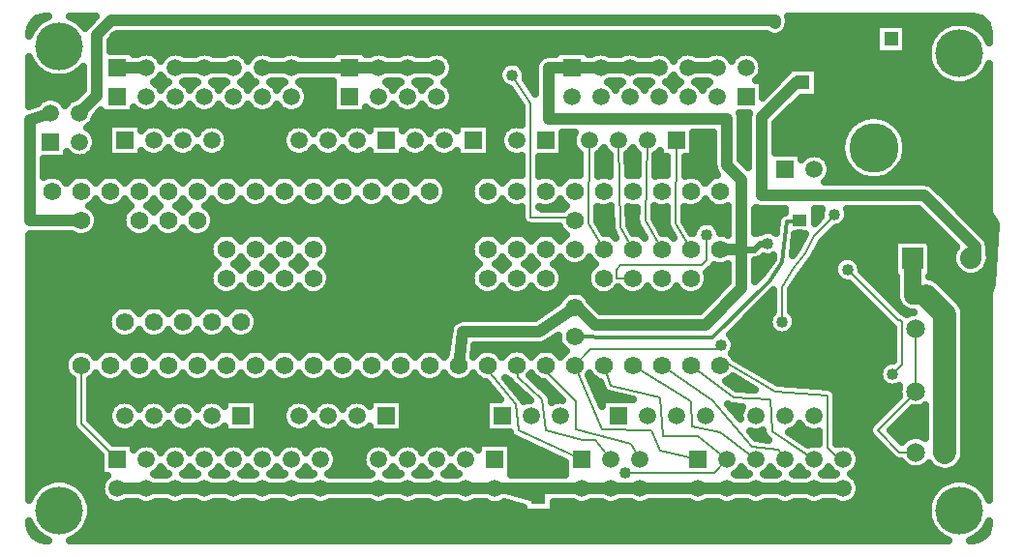
<source format=gbl>
G04 DipTrace 3.0.0.2*
G04 Teensy-TC36-Breakouti.gbl*
%MOIN*%
G04 #@! TF.FileFunction,Copper,L2,Bot*
G04 #@! TF.Part,Single*
G04 #@! TA.AperFunction,ViaPad*
%ADD13C,0.04*%
G04 #@! TA.AperFunction,Conductor*
%ADD14C,0.023622*%
%ADD18C,0.008*%
%ADD20C,0.08*%
%ADD22C,0.012*%
%ADD23C,0.06*%
G04 #@! TA.AperFunction,CopperBalancing*
%ADD27C,0.025*%
G04 #@! TA.AperFunction,ComponentPad*
%ADD29R,0.049213X0.049213*%
%ADD30C,0.049213*%
%ADD31R,0.059055X0.059055*%
%ADD32C,0.059055*%
%ADD33C,0.17*%
%ADD35C,0.065199*%
%ADD36R,0.051181X0.03937*%
%ADD37O,0.051181X0.03937*%
%ADD45C,0.06194*%
%ADD46R,0.074X0.074*%
%ADD47C,0.074*%
G04 #@! TA.AperFunction,ViaPad*
%ADD51C,0.165*%
%FSLAX26Y26*%
G04*
G70*
G90*
G75*
G01*
G04 Bottom*
%LPD*%
X1843701Y2068701D2*
D13*
X1743701D1*
X743701D2*
X843701D1*
X943701D2*
X1043701D1*
X2408701D2*
X2508701D1*
X2708701D2*
X2808701D1*
X1343701D2*
X1243701D1*
X1543701D2*
X1343701D1*
X1643701D2*
X1543701D1*
X1743701D2*
X1643701D1*
X1043701D2*
X1143701D1*
X2508701D2*
X2608701D1*
X2308701D2*
X2228701D1*
Y1893630D1*
X2844206D1*
Y1733638D1*
X2894196Y1683649D1*
Y1443701D1*
Y1309196D1*
X2768701Y1183701D1*
X2388701D1*
X2328701Y1243701D1*
X2318701D1*
X2308701Y2068701D2*
X2408701D1*
X1843701D2*
D3*
X1918701Y1043701D2*
X1933701Y1158701D1*
X2195923D1*
X2318701Y1243701D1*
X2818701Y1443701D2*
X2894196D1*
D14*
X2937701D1*
X2957701Y1463701D1*
X2983701D1*
X2743701Y618701D2*
D13*
X2843701D1*
X2943701D1*
X3043701D1*
X3143701D1*
X3243701D1*
X743701D2*
X843701D1*
X943701D1*
X1043701D1*
X1143701D1*
X1243701D1*
X1343701D1*
X1443701D1*
X1643701D2*
X1743701D1*
X1843701D1*
X1943701D1*
X2043701D1*
X2081381D1*
X2343701D1*
X2443701D1*
X2543701D1*
X2743701D1*
X1443701D2*
X1643701D1*
X2081381D2*
X2193701Y588701D1*
X743701Y718701D2*
D18*
X618701Y843701D1*
Y1043701D1*
X2018701D2*
X2009214Y1039658D1*
X2115746Y909658D1*
X2125232Y818176D1*
X2343701Y718701D1*
X2118701Y1043701D2*
Y1072034D1*
X2123537Y1003848D1*
X2207730Y926621D1*
X2218864Y818629D1*
X2346011Y786112D1*
X2388769D1*
X2443701Y718701D1*
X2943701D2*
X2818701Y813701D1*
X2723701Y833701D1*
X2718701Y918701D1*
X2518701Y1043701D1*
X2618701D2*
X2793701Y923701D1*
X2928701Y763701D1*
X3018701Y753701D1*
X3043701Y718701D1*
X2718701Y1043701D2*
X2865874Y932051D1*
X2994206Y927491D1*
X2998124Y817441D1*
X3062466Y774222D1*
X3143701Y718701D1*
X2818701Y1043701D2*
X2846282Y1049179D1*
X3011282Y954503D1*
X3188701Y938701D1*
Y761170D1*
X3231170Y718701D1*
X3243701D1*
X2718701Y1443701D2*
X2667223Y1532864D1*
X2668701Y1818701D1*
X2618701Y1443701D2*
X2561583Y1542633D1*
X2568701Y1818701D1*
X2518701Y1443701D2*
X2475689Y1518200D1*
X2468701Y1818701D1*
X2418701Y1443701D2*
X2367162Y1532969D1*
X2368701Y1818701D1*
X2218701Y1043701D2*
X2198701D1*
X2319117Y923285D1*
X2323801D1*
Y823701D1*
X2512310Y773191D1*
X2543701Y718701D1*
X2743701D2*
X2613701Y748701D1*
X2583701Y818701D1*
X2413701Y823701D1*
X2318701Y1043701D1*
X2373701Y1098701D1*
X2823701D1*
Y1113701D1*
X2843701Y718701D2*
X2743701Y798701D1*
X2623701D1*
X2613701Y933701D1*
X2443701Y973701D1*
X2418701Y1043701D1*
X3413701Y1013701D2*
X3447701Y1047701D1*
Y1191701D1*
X3439701Y1199701D1*
X3432701D1*
X3258701Y1373701D1*
X2843701Y718701D2*
X2798701Y673701D1*
X2493701D1*
X3213701Y1563701D2*
Y1558701D1*
X3143701Y1488701D1*
X3113701Y1428701D1*
X3073701Y1378701D1*
X3033701Y1313701D1*
Y1193701D1*
X2518701Y1343701D2*
X2461701D1*
Y1373701D1*
X2477701Y1389701D1*
X2757701D1*
X2773701Y1405701D1*
Y1493701D1*
X743701Y518701D2*
D13*
X843701D1*
X943701D1*
X1043701D1*
X1143701D1*
X1243701D1*
X1343701D1*
X1443701D1*
X1643701D1*
X743701Y2168701D2*
X843701D1*
X943701D1*
X1043701D1*
X1143701D1*
X1243701D1*
X1343701D1*
X1543701D1*
X1643701D1*
X1743701D1*
X1843701D1*
X2007109D1*
X2308701D1*
X2408701D1*
X2508701D1*
X2608701D1*
X2708701D1*
X2808701D1*
X2908701D1*
X3123701D1*
X3158676Y2100440D1*
X3212904Y2046211D1*
X3284538Y2031771D1*
X3466811Y1978740D1*
X3526811Y1793701D1*
X3584921D1*
X2007109Y2168701D2*
X2048701Y1838701D1*
X2028701Y1743701D1*
X1918701Y1643701D1*
X3212904Y2046211D2*
X3208701Y2018701D1*
X3182441D1*
X518701Y1043701D2*
Y738046D1*
X650597Y661895D1*
X678990Y555935D1*
X743701Y518701D1*
X518701Y1043701D2*
Y1274189D1*
X1703802D1*
X1730499Y1320093D1*
X1918701Y1643701D1*
X2318701Y1343701D2*
X2240292Y1265292D1*
X2033748Y1235066D1*
X1730499Y1320093D1*
X2318701Y1343701D2*
X2393701Y1273701D1*
X2743736D1*
X2818701Y1343701D1*
X2543701Y518701D2*
X2743701D1*
X2843701D1*
X2943701D1*
X3043701D1*
X3143701D1*
X3243701D1*
X3693701Y1168701D2*
D20*
Y953701D1*
Y743701D1*
X1643701Y518701D2*
D13*
X1743701D1*
X1843701D1*
X1943701D1*
X2043701D1*
X2343701D1*
X2443701D1*
X2488701Y523701D1*
X2543701Y518701D1*
X3583701Y1413701D2*
D20*
Y1373701D1*
X3693701Y1263701D1*
Y1168701D1*
D13*
X3748701Y1323701D1*
X3763701Y1528701D1*
X3584921Y1793701D1*
X3243701Y868701D2*
X3353701Y703701D1*
X3337642Y641471D1*
X3313701Y548701D1*
X3243701Y518701D1*
X3337642Y641471D2*
X3563701Y658701D1*
X3693701D1*
Y743701D1*
X2938701Y1143701D2*
X3109704Y1041100D1*
X3238701Y963701D1*
X3243701Y868701D1*
X3127087Y1103701D2*
X3133701Y1193701D1*
X3583701Y1413701D2*
X3513701Y1523701D1*
X3293701D1*
X3259868Y1514034D1*
X3208701Y1462868D1*
Y1438701D1*
X3133701Y1363701D1*
Y1193701D1*
X3127087Y1103701D2*
X3109704Y1041100D1*
X3493701Y953701D2*
D18*
Y1168701D1*
Y953701D2*
Y949701D1*
X3362701Y818701D1*
X3437701Y743701D1*
X3493701D1*
X2318701Y1543701D2*
X2283701Y1553701D1*
X2167436D1*
Y1945735D1*
X2103701Y2043701D1*
X3008701Y2223701D2*
D13*
Y2234247D1*
X724247D1*
X673701Y2183701D1*
Y1973701D1*
X613701Y1913701D1*
X3683701Y1413701D2*
X3698701D1*
Y1453701D1*
X3523701Y1628701D1*
X2963701D1*
Y1898701D1*
X3083701Y2018701D1*
X3103701D1*
X2318701Y1143701D2*
D22*
X2453701Y1138701D1*
X2793701D1*
X2988701Y1333701D1*
X3033701Y1398701D1*
X3048701Y1538701D1*
X3093701Y1543701D1*
X3593701Y1168701D2*
D20*
Y953701D1*
Y743701D1*
X3483701Y1413701D2*
D23*
Y1283701D1*
X3528701D1*
D20*
X3593701Y1218701D1*
Y1168701D1*
X618701Y1543701D2*
D13*
X443701D1*
Y1889026D1*
X513701Y1913701D1*
X2938701Y1143701D3*
X3127087Y1103701D3*
D3*
X3208701Y1462868D3*
X2103701Y2043701D3*
D51*
X3643701Y543701D3*
X543701D3*
Y2143701D3*
X3643701Y2118701D3*
D13*
X3008701Y2223701D3*
X3133701Y1193701D3*
X2983701Y1463701D3*
X2823701Y1113701D3*
X3258701Y1373701D3*
X3413701Y1013701D3*
X2493701Y673701D3*
X3033701Y1193701D3*
X3213701Y1563701D3*
X2773701Y1493701D3*
X452319Y2221332D2*
D27*
X464702D1*
X622680D2*
X643120D1*
X3057641D2*
X3604497D1*
X3682886D2*
X3735112D1*
X3048901Y2196463D2*
X3355083D1*
X3462280D2*
X3564848D1*
X3722583D2*
X3742925D1*
X729809Y2171595D2*
X3355083D1*
X3462280D2*
X3545903D1*
X722680Y2146726D2*
X3355083D1*
X3462280D2*
X3535893D1*
X802222Y2121857D2*
X823540D1*
X863891D2*
X923540D1*
X963891D2*
X1023540D1*
X1063891D2*
X1123540D1*
X1163891D2*
X1223540D1*
X1263891D2*
X1323540D1*
X1363891D2*
X1485161D1*
X1602222D2*
X1623540D1*
X1663891D2*
X1723540D1*
X1763891D2*
X1823540D1*
X1863891D2*
X2250200D1*
X2367212D2*
X2388530D1*
X2428882D2*
X2488530D1*
X2528882D2*
X2588530D1*
X2628882D2*
X2688530D1*
X2728882D2*
X2788530D1*
X2828882D2*
X2888530D1*
X2928882D2*
X3355083D1*
X3462280D2*
X3532231D1*
X1894555Y2096988D2*
X2189311D1*
X2959546D2*
X3534380D1*
X443725Y2072120D2*
X458969D1*
X1902124D2*
X2064409D1*
X2142993D2*
X2179839D1*
X2967114D2*
X3542680D1*
X443725Y2047251D2*
X490434D1*
X596948D2*
X624712D1*
X1897973D2*
X2054839D1*
X2152563D2*
X2179741D1*
X2962964D2*
X3043999D1*
X3157300D2*
X3558891D1*
X3728491D2*
X3743706D1*
X443725Y2022382D2*
X624712D1*
X877710D2*
X909673D1*
X1177710D2*
X1209673D1*
X1877710D2*
X2059868D1*
X2156421D2*
X2179741D1*
X2642700D2*
X2674712D1*
X2967212D2*
X3019145D1*
X3157300D2*
X3590190D1*
X3697192D2*
X3743706D1*
X443725Y1997513D2*
X624712D1*
X1394263D2*
X1485161D1*
X1894263D2*
X2094878D1*
X2967212D2*
X2994292D1*
X3157300D2*
X3743706D1*
X443725Y1972645D2*
X604399D1*
X1402075D2*
X1485161D1*
X1902075D2*
X2111089D1*
X3157300D2*
X3743706D1*
X443725Y1947776D2*
X466753D1*
X1398169D2*
X1485161D1*
X1898169D2*
X2127251D1*
X3081030D2*
X3743706D1*
X878491Y1922907D2*
X908940D1*
X978491D2*
X1008940D1*
X1078491D2*
X1108940D1*
X1178491D2*
X1208940D1*
X1278491D2*
X1308940D1*
X1378491D2*
X1485161D1*
X1678491D2*
X1708940D1*
X1778491D2*
X1808940D1*
X1878491D2*
X2134477D1*
X3056128D2*
X3743706D1*
X669995Y1898038D2*
X2134477D1*
X2892993D2*
X2914702D1*
X3031274D2*
X3306889D1*
X3390503D2*
X3743706D1*
X654858Y1873170D2*
X710161D1*
X827222D2*
X853130D1*
X884302D2*
X953130D1*
X984302D2*
X1053130D1*
X1084302D2*
X1353130D1*
X1384302D2*
X1453130D1*
X1484302D2*
X1553130D1*
X1584302D2*
X1610161D1*
X1727222D2*
X1753130D1*
X1784302D2*
X1853130D1*
X1884302D2*
X1910161D1*
X2027222D2*
X2103130D1*
X2893188D2*
X2914702D1*
X3012671D2*
X3268022D1*
X3429419D2*
X3743706D1*
X660278Y1848301D2*
X710161D1*
X1118774D2*
X1318657D1*
X2027222D2*
X2068657D1*
X2893188D2*
X2914702D1*
X3012671D2*
X3248979D1*
X3448413D2*
X3743706D1*
X671362Y1823432D2*
X710161D1*
X1127026D2*
X1310405D1*
X2027222D2*
X2060405D1*
X2277222D2*
X2310405D1*
X2727222D2*
X2795220D1*
X2893188D2*
X2914702D1*
X3012671D2*
X3238725D1*
X3458667D2*
X3743706D1*
X670141Y1798563D2*
X710161D1*
X1123462D2*
X1313921D1*
X2027222D2*
X2063921D1*
X2277222D2*
X2313921D1*
X2727222D2*
X2795220D1*
X2893188D2*
X2914702D1*
X3012671D2*
X3234819D1*
X3462573D2*
X3743706D1*
X655395Y1773694D2*
X710161D1*
X904565D2*
X932866D1*
X1004565D2*
X1032866D1*
X1104565D2*
X1332866D1*
X1404565D2*
X1432866D1*
X1504565D2*
X1532866D1*
X1804565D2*
X1832866D1*
X2027222D2*
X2082866D1*
X2277222D2*
X2332866D1*
X2404565D2*
X2432866D1*
X2504565D2*
X2532866D1*
X2727222D2*
X2795220D1*
X2893188D2*
X2914702D1*
X3102222D2*
X3130522D1*
X3156860D2*
X3236528D1*
X3460864D2*
X3743706D1*
X492700Y1748826D2*
X2134477D1*
X2200415D2*
X2335356D1*
X2401294D2*
X2437358D1*
X2503296D2*
X2533891D1*
X2599878D2*
X2635356D1*
X2701343D2*
X2795220D1*
X2897241D2*
X2914702D1*
X3193432D2*
X3244145D1*
X3453247D2*
X3743706D1*
X492700Y1723957D2*
X2134477D1*
X2200415D2*
X2335210D1*
X2401147D2*
X2437895D1*
X2503882D2*
X2533257D1*
X2599243D2*
X2635210D1*
X2701196D2*
X2796245D1*
X3201977D2*
X3259233D1*
X3438208D2*
X3743706D1*
X492700Y1699088D2*
X500911D1*
X536499D2*
X600884D1*
X636499D2*
X700884D1*
X736499D2*
X800884D1*
X836499D2*
X900884D1*
X936499D2*
X1000884D1*
X1036499D2*
X1100884D1*
X1136499D2*
X1200884D1*
X1236499D2*
X1300884D1*
X1336499D2*
X1400884D1*
X1436499D2*
X1500884D1*
X1536499D2*
X1600884D1*
X1636499D2*
X1700884D1*
X1736499D2*
X1800884D1*
X1836499D2*
X2000884D1*
X2036499D2*
X2100884D1*
X2236499D2*
X2300884D1*
X2736499D2*
X2800884D1*
X3198657D2*
X3287212D1*
X3410180D2*
X3743706D1*
X1869897Y1674219D2*
X1967534D1*
X3535620D2*
X3743706D1*
X1878393Y1649351D2*
X1959038D1*
X3571264D2*
X3743706D1*
X1875366Y1624482D2*
X1962065D1*
X3596167D2*
X3743706D1*
X658032Y1599613D2*
X679350D1*
X758032D2*
X779350D1*
X858032D2*
X879350D1*
X958032D2*
X979350D1*
X1058032D2*
X1079350D1*
X1158032D2*
X1179350D1*
X1258032D2*
X1279350D1*
X1358032D2*
X1379350D1*
X1458032D2*
X1479350D1*
X1558032D2*
X1579350D1*
X1658032D2*
X1679350D1*
X1758032D2*
X1779350D1*
X1858032D2*
X1979350D1*
X2058032D2*
X2079350D1*
X2258032D2*
X2279350D1*
X2758032D2*
X2779350D1*
X3621020D2*
X3743706D1*
X669555Y1574744D2*
X767827D1*
X1069555D2*
X2134477D1*
X2400366D2*
X2441411D1*
X2507348D2*
X2529399D1*
X2595386D2*
X2634477D1*
X2700415D2*
X2845220D1*
X2943188D2*
X3039116D1*
X3148266D2*
X3166020D1*
X3261352D2*
X3509429D1*
X3645874D2*
X3743706D1*
X678345Y1549876D2*
X759087D1*
X1078345D2*
X2134722D1*
X2400220D2*
X2441948D1*
X2507934D2*
X2528764D1*
X2595093D2*
X2634331D1*
X2700268D2*
X2845220D1*
X2943188D2*
X3015727D1*
X3148266D2*
X3159271D1*
X3260571D2*
X3534282D1*
X3670776D2*
X3743706D1*
X675513Y1525007D2*
X761870D1*
X1075513D2*
X2154643D1*
X2409448D2*
X2442534D1*
X2509448D2*
X2534087D1*
X2609448D2*
X2635259D1*
X2709448D2*
X2736821D1*
X2810571D2*
X2845220D1*
X2943188D2*
X3012065D1*
X3241968D2*
X3559184D1*
X3695630D2*
X3743706D1*
X658667Y1500138D2*
X778716D1*
X858667D2*
X878716D1*
X958667D2*
X978716D1*
X1058667D2*
X1105376D1*
X1132007D2*
X1205376D1*
X1232007D2*
X1305376D1*
X1332007D2*
X1405376D1*
X1432007D2*
X2005376D1*
X2032007D2*
X2105376D1*
X2132007D2*
X2205376D1*
X2232007D2*
X2278716D1*
X2432007D2*
X2448413D1*
X2532007D2*
X2548413D1*
X2632007D2*
X2648413D1*
X2832007D2*
X2845200D1*
X3200757D2*
X3584038D1*
X3720483D2*
X3743706D1*
X443725Y1475269D2*
X1068169D1*
X1469214D2*
X1968169D1*
X3077075D2*
X3100395D1*
X3175854D2*
X3417729D1*
X3549682D2*
X3608891D1*
X443725Y1450400D2*
X1059136D1*
X1478247D2*
X1959136D1*
X3074389D2*
X3087984D1*
X3161108D2*
X3417729D1*
X3549682D2*
X3629399D1*
X443725Y1425532D2*
X1061675D1*
X1475708D2*
X1961675D1*
X3148706D2*
X3417729D1*
X3549682D2*
X3618804D1*
X443725Y1400663D2*
X1078130D1*
X1159253D2*
X1178130D1*
X1259253D2*
X1278130D1*
X1359253D2*
X1378130D1*
X1459253D2*
X1978130D1*
X2059253D2*
X2078130D1*
X2159253D2*
X2178130D1*
X2259253D2*
X2278130D1*
X2359253D2*
X2378130D1*
X2943188D2*
X2993071D1*
X3132788D2*
X3218315D1*
X3299097D2*
X3417729D1*
X3549682D2*
X3619048D1*
X443725Y1375794D2*
X1068559D1*
X1468872D2*
X1968559D1*
X2268872D2*
X2368559D1*
X2789380D2*
X2845220D1*
X2943188D2*
X2975835D1*
X3112915D2*
X3209770D1*
X3307641D2*
X3417729D1*
X3549682D2*
X3630278D1*
X443725Y1350925D2*
X1059184D1*
X1478198D2*
X1959184D1*
X2278198D2*
X2359184D1*
X2778198D2*
X2845220D1*
X2943188D2*
X2957475D1*
X3094897D2*
X3215679D1*
X3327075D2*
X3417729D1*
X3549682D2*
X3671684D1*
X3695727D2*
X3743706D1*
X443725Y1326057D2*
X1061528D1*
X1475903D2*
X1961528D1*
X2275903D2*
X2361528D1*
X2775903D2*
X2842827D1*
X3079614D2*
X3260747D1*
X3351929D2*
X3424712D1*
X3582837D2*
X3743706D1*
X443725Y1301188D2*
X1077544D1*
X1159839D2*
X1177544D1*
X1259839D2*
X1277544D1*
X1359839D2*
X1377544D1*
X1459839D2*
X1977544D1*
X2059839D2*
X2077544D1*
X2159839D2*
X2177544D1*
X2259839D2*
X2377544D1*
X2459839D2*
X2477544D1*
X2559839D2*
X2577544D1*
X2659839D2*
X2677544D1*
X2759839D2*
X2817973D1*
X3066675D2*
X3285600D1*
X3376831D2*
X3424712D1*
X3607739D2*
X3743706D1*
X443725Y1276319D2*
X2268901D1*
X2368530D2*
X2793071D1*
X2979761D2*
X3000737D1*
X3066675D2*
X3310503D1*
X3401684D2*
X3425200D1*
X3632593D2*
X3743706D1*
X443725Y1251450D2*
X2245757D1*
X2389184D2*
X2768218D1*
X2954907D2*
X3000737D1*
X3066675D2*
X3335356D1*
X3426538D2*
X3434846D1*
X3654077D2*
X3743706D1*
X443725Y1226582D2*
X719097D1*
X1218335D2*
X2209819D1*
X2930005D2*
X2998345D1*
X3069067D2*
X3360210D1*
X3456567D2*
X3479302D1*
X3662231D2*
X3743706D1*
X443725Y1201713D2*
X709282D1*
X1228100D2*
X1913579D1*
X2905151D2*
X2985405D1*
X3082007D2*
X3385063D1*
X3662671D2*
X3743706D1*
X443725Y1176844D2*
X711284D1*
X1226147D2*
X1888432D1*
X2880298D2*
X2987895D1*
X3079516D2*
X3410014D1*
X3662671D2*
X3743706D1*
X443725Y1151975D2*
X726714D1*
X810718D2*
X826714D1*
X910718D2*
X926714D1*
X1010718D2*
X1026714D1*
X1110718D2*
X1126714D1*
X1210718D2*
X1883452D1*
X2855395D2*
X3010698D1*
X3056714D2*
X3414702D1*
X3662671D2*
X3743706D1*
X443725Y1127107D2*
X1880229D1*
X2234448D2*
X2261186D1*
X2870727D2*
X3414702D1*
X3662671D2*
X3743706D1*
X443725Y1102238D2*
X1876958D1*
X1975708D2*
X2112114D1*
X2125286D2*
X2276421D1*
X2871264D2*
X3414702D1*
X3662671D2*
X3743706D1*
X443725Y1077369D2*
X569634D1*
X2867749D2*
X3414702D1*
X3662671D2*
X3743706D1*
X443725Y1052500D2*
X559429D1*
X2904223D2*
X3385600D1*
X3662671D2*
X3743706D1*
X443725Y1027631D2*
X561040D1*
X2947583D2*
X3366850D1*
X3662671D2*
X3743706D1*
X443725Y1002763D2*
X575884D1*
X661548D2*
X675856D1*
X761548D2*
X775856D1*
X861548D2*
X875856D1*
X961548D2*
X975856D1*
X1061548D2*
X1075856D1*
X1161548D2*
X1175856D1*
X1261548D2*
X1275856D1*
X1361548D2*
X1375856D1*
X1461548D2*
X1475856D1*
X1561548D2*
X1575856D1*
X1661548D2*
X1675856D1*
X1761548D2*
X1775856D1*
X1861548D2*
X1875856D1*
X1961548D2*
X1975856D1*
X2990893D2*
X3366020D1*
X3662671D2*
X3743706D1*
X443725Y977894D2*
X585698D1*
X651684D2*
X2017925D1*
X2199438D2*
X2218901D1*
X2382837D2*
X2407329D1*
X2858374D2*
X2906792D1*
X3094702D2*
X3381548D1*
X3662671D2*
X3743706D1*
X443725Y953025D2*
X585698D1*
X651684D2*
X2038286D1*
X2122095D2*
X2131316D1*
X2226538D2*
X2243755D1*
X2393579D2*
X2418804D1*
X3218091D2*
X3432134D1*
X3662671D2*
X3743706D1*
X443725Y928156D2*
X585698D1*
X651684D2*
X2058696D1*
X2142456D2*
X2158452D1*
X2240698D2*
X2268657D1*
X2404272D2*
X2501714D1*
X3221704D2*
X3426567D1*
X3662671D2*
X3743706D1*
X443725Y903288D2*
X585698D1*
X651684D2*
X722124D1*
X1227222D2*
X1322124D1*
X1727222D2*
X2010161D1*
X3221704D2*
X3401665D1*
X3662671D2*
X3743706D1*
X443725Y878419D2*
X585698D1*
X651684D2*
X711040D1*
X1227222D2*
X1311040D1*
X1727222D2*
X2010161D1*
X2874292D2*
X2886009D1*
X3221704D2*
X3376811D1*
X3468042D2*
X3524712D1*
X3662671D2*
X3743706D1*
X443725Y853550D2*
X585698D1*
X654468D2*
X712261D1*
X1227222D2*
X1312261D1*
X1727222D2*
X2010161D1*
X3221704D2*
X3351958D1*
X3443139D2*
X3524712D1*
X3662671D2*
X3743706D1*
X443725Y828681D2*
X589702D1*
X679321D2*
X727007D1*
X810425D2*
X827007D1*
X910425D2*
X927007D1*
X1010425D2*
X1027007D1*
X1227222D2*
X1327007D1*
X1410425D2*
X1427007D1*
X1510425D2*
X1527007D1*
X1727222D2*
X2010161D1*
X3085425D2*
X3102007D1*
X3221704D2*
X3331401D1*
X3418286D2*
X3524712D1*
X3662671D2*
X3743706D1*
X443725Y803813D2*
X612993D1*
X704175D2*
X2095854D1*
X2937231D2*
X2968364D1*
X3075561D2*
X3155718D1*
X3221704D2*
X3333598D1*
X3423218D2*
X3524712D1*
X3662671D2*
X3743706D1*
X443725Y778944D2*
X637847D1*
X729077D2*
X2135356D1*
X3112085D2*
X3155718D1*
X3221704D2*
X3356841D1*
X3662671D2*
X3743706D1*
X443725Y754075D2*
X662700D1*
X889624D2*
X897737D1*
X989624D2*
X997737D1*
X1089624D2*
X1097737D1*
X1189624D2*
X1197737D1*
X1289624D2*
X1297737D1*
X1389624D2*
X1397737D1*
X1489624D2*
X1597759D1*
X1689624D2*
X1697737D1*
X1789624D2*
X1797737D1*
X1889624D2*
X1897737D1*
X2102222D2*
X2189946D1*
X3289624D2*
X3381743D1*
X3662671D2*
X3743706D1*
X443725Y729206D2*
X685161D1*
X1501245D2*
X1586186D1*
X2102222D2*
X2244585D1*
X3301245D2*
X3406597D1*
X3661059D2*
X3743706D1*
X443725Y704337D2*
X685161D1*
X1500366D2*
X1587065D1*
X2102222D2*
X2285161D1*
X3300366D2*
X3447124D1*
X3649780D2*
X3743706D1*
X443725Y679469D2*
X685161D1*
X886206D2*
X901225D1*
X986206D2*
X1001225D1*
X1086206D2*
X1101225D1*
X1186206D2*
X1201225D1*
X1286206D2*
X1301225D1*
X1386206D2*
X1401225D1*
X1486206D2*
X1601225D1*
X1686206D2*
X1701225D1*
X1786206D2*
X1801225D1*
X1886206D2*
X1901225D1*
X2102222D2*
X2285161D1*
X2886206D2*
X2901225D1*
X2986206D2*
X3001225D1*
X3086206D2*
X3101225D1*
X3186206D2*
X3201225D1*
X3286206D2*
X3574077D1*
X3613354D2*
X3743706D1*
X443725Y654600D2*
X698198D1*
X3289184D2*
X3743706D1*
X443725Y629731D2*
X474272D1*
X613110D2*
X686284D1*
X3301147D2*
X3574272D1*
X3713110D2*
X3743706D1*
X636401Y604862D2*
X686919D1*
X3300464D2*
X3550981D1*
X648950Y579994D2*
X700688D1*
X3286694D2*
X3538432D1*
X654614Y555125D2*
X2136772D1*
X2247290D2*
X3532817D1*
X654370Y530256D2*
X3533061D1*
X648218Y505387D2*
X3539165D1*
X635034Y480519D2*
X3552397D1*
X460962Y455650D2*
X476958D1*
X610425D2*
X3576958D1*
X3710425D2*
X3726470D1*
X3370103Y2219799D2*
X3459799D1*
Y2117603D1*
X3357603D1*
Y2219799D1*
X3370103D1*
X2244799Y572270D2*
Y537603D1*
X2142603D1*
Y554253D1*
X2075231Y572221D1*
X2065139Y566946D1*
X2056779Y564229D1*
X2048096Y562854D1*
X2039306D1*
X2030623Y564229D1*
X2022263Y566946D1*
X2014431Y570936D1*
X2012502Y572225D1*
X1975000Y572209D1*
X1969133Y568787D1*
X1961012Y565423D1*
X1952464Y563371D1*
X1943701Y562681D1*
X1934938Y563371D1*
X1926390Y565423D1*
X1918269Y568787D1*
X1912502Y572225D1*
X1875000Y572209D1*
X1869133Y568787D1*
X1861012Y565423D1*
X1852464Y563371D1*
X1843701Y562681D1*
X1834938Y563371D1*
X1826390Y565423D1*
X1818269Y568787D1*
X1812502Y572225D1*
X1775000Y572209D1*
X1769133Y568787D1*
X1761012Y565423D1*
X1752464Y563371D1*
X1743701Y562681D1*
X1734938Y563371D1*
X1726390Y565423D1*
X1718269Y568787D1*
X1712502Y572225D1*
X1675000Y572209D1*
X1669133Y568787D1*
X1661012Y565423D1*
X1652464Y563371D1*
X1643701Y562681D1*
X1634938Y563371D1*
X1626390Y565423D1*
X1618269Y568787D1*
X1612502Y572225D1*
X1475000Y572209D1*
X1469133Y568787D1*
X1461012Y565423D1*
X1452464Y563371D1*
X1443701Y562681D1*
X1434938Y563371D1*
X1426390Y565423D1*
X1418269Y568787D1*
X1412502Y572225D1*
X1375000Y572209D1*
X1369133Y568787D1*
X1361012Y565423D1*
X1352464Y563371D1*
X1343701Y562681D1*
X1334938Y563371D1*
X1326390Y565423D1*
X1318269Y568787D1*
X1312502Y572225D1*
X1275000Y572209D1*
X1269133Y568787D1*
X1261012Y565423D1*
X1252464Y563371D1*
X1243701Y562681D1*
X1234938Y563371D1*
X1226390Y565423D1*
X1218269Y568787D1*
X1212502Y572225D1*
X1175000Y572209D1*
X1169133Y568787D1*
X1161012Y565423D1*
X1152464Y563371D1*
X1143701Y562681D1*
X1134938Y563371D1*
X1126390Y565423D1*
X1118269Y568787D1*
X1112502Y572225D1*
X1075000Y572209D1*
X1069133Y568787D1*
X1061012Y565423D1*
X1052464Y563371D1*
X1043701Y562681D1*
X1034938Y563371D1*
X1026390Y565423D1*
X1018269Y568787D1*
X1012502Y572225D1*
X975000Y572209D1*
X969133Y568787D1*
X961012Y565423D1*
X952464Y563371D1*
X943701Y562681D1*
X934938Y563371D1*
X926390Y565423D1*
X918269Y568787D1*
X912502Y572225D1*
X875000Y572209D1*
X869133Y568787D1*
X861012Y565423D1*
X852464Y563371D1*
X843701Y562681D1*
X834938Y563371D1*
X826390Y565423D1*
X818269Y568787D1*
X812502Y572225D1*
X775000Y572209D1*
X769133Y568787D1*
X761012Y565423D1*
X752464Y563371D1*
X743701Y562681D1*
X734938Y563371D1*
X726390Y565423D1*
X718269Y568787D1*
X710773Y573380D1*
X704089Y579089D1*
X698380Y585773D1*
X693787Y593269D1*
X690423Y601390D1*
X688371Y609938D1*
X687681Y618701D1*
X688371Y627464D1*
X690423Y636012D1*
X693787Y644133D1*
X698380Y651629D1*
X704089Y658313D1*
X709060Y662671D1*
X687681Y662681D1*
Y731578D1*
X595514Y823898D1*
X591532Y829858D1*
X589051Y836583D1*
X588209Y843701D1*
X588222Y844047D1*
X588209Y995019D1*
X581382Y1000007D1*
X575007Y1006382D1*
X569707Y1013677D1*
X565613Y1021711D1*
X562827Y1030287D1*
X561416Y1039193D1*
Y1048209D1*
X562827Y1057115D1*
X565613Y1065691D1*
X569707Y1073725D1*
X575007Y1081020D1*
X581382Y1087395D1*
X588677Y1092695D1*
X596711Y1096789D1*
X605287Y1099575D1*
X614193Y1100986D1*
X623209D1*
X632115Y1099575D1*
X640691Y1096789D1*
X648725Y1092695D1*
X656020Y1087395D1*
X662395Y1081020D1*
X667695Y1073725D1*
X668668Y1071987D1*
X672213Y1077476D1*
X678069Y1084333D1*
X684926Y1090189D1*
X692614Y1094900D1*
X700944Y1098351D1*
X709712Y1100455D1*
X718701Y1101163D1*
X727690Y1100455D1*
X736458Y1098351D1*
X744788Y1094900D1*
X752476Y1090189D1*
X759333Y1084333D1*
X765189Y1077476D1*
X768668Y1071987D1*
X772213Y1077476D1*
X778069Y1084333D1*
X784926Y1090189D1*
X792614Y1094900D1*
X800944Y1098351D1*
X809712Y1100455D1*
X818701Y1101163D1*
X827690Y1100455D1*
X836458Y1098351D1*
X844788Y1094900D1*
X852476Y1090189D1*
X859333Y1084333D1*
X865189Y1077476D1*
X868668Y1071987D1*
X872213Y1077476D1*
X878069Y1084333D1*
X884926Y1090189D1*
X892614Y1094900D1*
X900944Y1098351D1*
X909712Y1100455D1*
X918701Y1101163D1*
X927690Y1100455D1*
X936458Y1098351D1*
X944788Y1094900D1*
X952476Y1090189D1*
X959333Y1084333D1*
X965189Y1077476D1*
X968668Y1071987D1*
X972213Y1077476D1*
X978069Y1084333D1*
X984926Y1090189D1*
X992614Y1094900D1*
X1000944Y1098351D1*
X1009712Y1100455D1*
X1018701Y1101163D1*
X1027690Y1100455D1*
X1036458Y1098351D1*
X1044788Y1094900D1*
X1052476Y1090189D1*
X1059333Y1084333D1*
X1065189Y1077476D1*
X1068668Y1071987D1*
X1072213Y1077476D1*
X1078069Y1084333D1*
X1084926Y1090189D1*
X1092614Y1094900D1*
X1100944Y1098351D1*
X1109712Y1100455D1*
X1118701Y1101163D1*
X1127690Y1100455D1*
X1136458Y1098351D1*
X1144788Y1094900D1*
X1152476Y1090189D1*
X1159333Y1084333D1*
X1165189Y1077476D1*
X1168668Y1071987D1*
X1172213Y1077476D1*
X1178069Y1084333D1*
X1184926Y1090189D1*
X1192614Y1094900D1*
X1200944Y1098351D1*
X1209712Y1100455D1*
X1218701Y1101163D1*
X1227690Y1100455D1*
X1236458Y1098351D1*
X1244788Y1094900D1*
X1252476Y1090189D1*
X1259333Y1084333D1*
X1265189Y1077476D1*
X1268668Y1071987D1*
X1272213Y1077476D1*
X1278069Y1084333D1*
X1284926Y1090189D1*
X1292614Y1094900D1*
X1300944Y1098351D1*
X1309712Y1100455D1*
X1318701Y1101163D1*
X1327690Y1100455D1*
X1336458Y1098351D1*
X1344788Y1094900D1*
X1352476Y1090189D1*
X1359333Y1084333D1*
X1365189Y1077476D1*
X1368668Y1071987D1*
X1372213Y1077476D1*
X1378069Y1084333D1*
X1384926Y1090189D1*
X1392614Y1094900D1*
X1400944Y1098351D1*
X1409712Y1100455D1*
X1418701Y1101163D1*
X1427690Y1100455D1*
X1436458Y1098351D1*
X1444788Y1094900D1*
X1452476Y1090189D1*
X1459333Y1084333D1*
X1465189Y1077476D1*
X1468668Y1071987D1*
X1472213Y1077476D1*
X1478069Y1084333D1*
X1484926Y1090189D1*
X1492614Y1094900D1*
X1500944Y1098351D1*
X1509712Y1100455D1*
X1518701Y1101163D1*
X1527690Y1100455D1*
X1536458Y1098351D1*
X1544788Y1094900D1*
X1552476Y1090189D1*
X1559333Y1084333D1*
X1565189Y1077476D1*
X1568668Y1071987D1*
X1572213Y1077476D1*
X1578069Y1084333D1*
X1584926Y1090189D1*
X1592614Y1094900D1*
X1600944Y1098351D1*
X1609712Y1100455D1*
X1618701Y1101163D1*
X1627690Y1100455D1*
X1636458Y1098351D1*
X1644788Y1094900D1*
X1652476Y1090189D1*
X1659333Y1084333D1*
X1665189Y1077476D1*
X1668668Y1071987D1*
X1672213Y1077476D1*
X1678069Y1084333D1*
X1684926Y1090189D1*
X1692614Y1094900D1*
X1700944Y1098351D1*
X1709712Y1100455D1*
X1718701Y1101163D1*
X1727690Y1100455D1*
X1736458Y1098351D1*
X1744788Y1094900D1*
X1752476Y1090189D1*
X1759333Y1084333D1*
X1765189Y1077476D1*
X1768668Y1071987D1*
X1772213Y1077476D1*
X1778069Y1084333D1*
X1784926Y1090189D1*
X1792614Y1094900D1*
X1800944Y1098351D1*
X1809712Y1100455D1*
X1818701Y1101163D1*
X1827690Y1100455D1*
X1836458Y1098351D1*
X1844788Y1094900D1*
X1852476Y1090189D1*
X1859333Y1084333D1*
X1865189Y1077476D1*
X1868668Y1071987D1*
X1872213Y1077476D1*
X1876981Y1083155D1*
X1888213Y1168313D1*
X1890277Y1175310D1*
X1893410Y1181899D1*
X1897535Y1187916D1*
X1902550Y1193214D1*
X1908333Y1197662D1*
X1914740Y1201151D1*
X1921614Y1203595D1*
X1928786Y1204933D1*
X1946201Y1205193D1*
X2181406D1*
X2264485Y1262714D1*
X2267502Y1269788D1*
X2272213Y1277476D1*
X2278069Y1284333D1*
X2284926Y1290189D1*
X2292614Y1294900D1*
X2300944Y1298351D1*
X2309712Y1300455D1*
X2318701Y1301163D1*
X2327690Y1300455D1*
X2336458Y1298351D1*
X2344788Y1294900D1*
X2352476Y1290189D1*
X2359333Y1284333D1*
X2365189Y1277476D1*
X2369900Y1269788D1*
X2371236Y1266891D1*
X2407945Y1230207D1*
X2749492Y1230193D1*
X2847727Y1328477D1*
X2847704Y1394108D1*
X2840691Y1390613D1*
X2832115Y1387827D1*
X2823209Y1386416D1*
X2814193D1*
X2805287Y1387827D1*
X2799572Y1389558D1*
X2795262Y1384140D1*
X2777504Y1366515D1*
X2773282Y1363506D1*
X2773351Y1361458D1*
X2775455Y1352690D1*
X2776163Y1343701D1*
X2775455Y1334712D1*
X2773351Y1325944D1*
X2769900Y1317614D1*
X2765189Y1309926D1*
X2759333Y1303069D1*
X2752476Y1297213D1*
X2744788Y1292502D1*
X2736458Y1289051D1*
X2727690Y1286947D1*
X2718701Y1286239D1*
X2709712Y1286947D1*
X2700944Y1289051D1*
X2692614Y1292502D1*
X2684926Y1297213D1*
X2678069Y1303069D1*
X2672213Y1309926D1*
X2668734Y1315415D1*
X2665189Y1309926D1*
X2659333Y1303069D1*
X2652476Y1297213D1*
X2644788Y1292502D1*
X2636458Y1289051D1*
X2627690Y1286947D1*
X2618701Y1286239D1*
X2609712Y1286947D1*
X2600944Y1289051D1*
X2592614Y1292502D1*
X2584926Y1297213D1*
X2578069Y1303069D1*
X2572213Y1309926D1*
X2568734Y1315415D1*
X2565189Y1309926D1*
X2559333Y1303069D1*
X2552476Y1297213D1*
X2544788Y1292502D1*
X2536458Y1289051D1*
X2527690Y1286947D1*
X2518701Y1286239D1*
X2509712Y1286947D1*
X2500944Y1289051D1*
X2492614Y1292502D1*
X2484926Y1297213D1*
X2478069Y1303069D1*
X2472213Y1309926D1*
X2470010Y1313223D1*
X2467416Y1313209D1*
X2462395Y1306382D1*
X2456020Y1300007D1*
X2448725Y1294707D1*
X2440691Y1290613D1*
X2432115Y1287827D1*
X2423209Y1286416D1*
X2414193D1*
X2405287Y1287827D1*
X2396711Y1290613D1*
X2388677Y1294707D1*
X2381382Y1300007D1*
X2375007Y1306382D1*
X2369707Y1313677D1*
X2365613Y1321711D1*
X2362827Y1330287D1*
X2361416Y1339193D1*
Y1348209D1*
X2362827Y1357115D1*
X2365613Y1365691D1*
X2369707Y1373725D1*
X2375007Y1381020D1*
X2381382Y1387395D1*
X2388677Y1392695D1*
X2390415Y1393668D1*
X2384926Y1397213D1*
X2378069Y1403069D1*
X2372213Y1409926D1*
X2368734Y1415415D1*
X2365189Y1409926D1*
X2359333Y1403069D1*
X2352476Y1397213D1*
X2344788Y1392502D1*
X2336458Y1389051D1*
X2327690Y1386947D1*
X2318701Y1386239D1*
X2309712Y1386947D1*
X2300944Y1389051D1*
X2292614Y1392502D1*
X2284926Y1397213D1*
X2278069Y1403069D1*
X2272213Y1409926D1*
X2268734Y1415415D1*
X2265189Y1409926D1*
X2259333Y1403069D1*
X2252476Y1397213D1*
X2246987Y1393734D1*
X2252476Y1390189D1*
X2259333Y1384333D1*
X2265189Y1377476D1*
X2269900Y1369788D1*
X2273351Y1361458D1*
X2275455Y1352690D1*
X2276163Y1343701D1*
X2275455Y1334712D1*
X2273351Y1325944D1*
X2269900Y1317614D1*
X2265189Y1309926D1*
X2259333Y1303069D1*
X2252476Y1297213D1*
X2244788Y1292502D1*
X2236458Y1289051D1*
X2227690Y1286947D1*
X2218701Y1286239D1*
X2209712Y1286947D1*
X2200944Y1289051D1*
X2192614Y1292502D1*
X2184926Y1297213D1*
X2178069Y1303069D1*
X2172213Y1309926D1*
X2168734Y1315415D1*
X2165189Y1309926D1*
X2159333Y1303069D1*
X2152476Y1297213D1*
X2144788Y1292502D1*
X2136458Y1289051D1*
X2127690Y1286947D1*
X2118701Y1286239D1*
X2109712Y1286947D1*
X2100944Y1289051D1*
X2092614Y1292502D1*
X2084926Y1297213D1*
X2078069Y1303069D1*
X2072213Y1309926D1*
X2068734Y1315415D1*
X2065189Y1309926D1*
X2059333Y1303069D1*
X2052476Y1297213D1*
X2044788Y1292502D1*
X2036458Y1289051D1*
X2027690Y1286947D1*
X2018701Y1286239D1*
X2009712Y1286947D1*
X2000944Y1289051D1*
X1992614Y1292502D1*
X1984926Y1297213D1*
X1978069Y1303069D1*
X1972213Y1309926D1*
X1967502Y1317614D1*
X1964051Y1325944D1*
X1961947Y1334712D1*
X1961239Y1343701D1*
X1961947Y1352690D1*
X1964051Y1361458D1*
X1967502Y1369788D1*
X1972213Y1377476D1*
X1978069Y1384333D1*
X1984926Y1390189D1*
X1990415Y1393668D1*
X1984926Y1397213D1*
X1978069Y1403069D1*
X1972213Y1409926D1*
X1967502Y1417614D1*
X1964051Y1425944D1*
X1961947Y1434712D1*
X1961239Y1443701D1*
X1961947Y1452690D1*
X1964051Y1461458D1*
X1967502Y1469788D1*
X1972213Y1477476D1*
X1978069Y1484333D1*
X1984926Y1490189D1*
X1992614Y1494900D1*
X2000944Y1498351D1*
X2009712Y1500455D1*
X2018701Y1501163D1*
X2027690Y1500455D1*
X2036458Y1498351D1*
X2044788Y1494900D1*
X2052476Y1490189D1*
X2059333Y1484333D1*
X2065189Y1477476D1*
X2068668Y1471987D1*
X2072213Y1477476D1*
X2078069Y1484333D1*
X2084926Y1490189D1*
X2092614Y1494900D1*
X2100944Y1498351D1*
X2109712Y1500455D1*
X2118701Y1501163D1*
X2127690Y1500455D1*
X2136458Y1498351D1*
X2144788Y1494900D1*
X2152476Y1490189D1*
X2159333Y1484333D1*
X2165189Y1477476D1*
X2168668Y1471987D1*
X2172213Y1477476D1*
X2178069Y1484333D1*
X2184926Y1490189D1*
X2192614Y1494900D1*
X2200944Y1498351D1*
X2209712Y1500455D1*
X2218701Y1501163D1*
X2227690Y1500455D1*
X2236458Y1498351D1*
X2244788Y1494900D1*
X2252476Y1490189D1*
X2259333Y1484333D1*
X2265189Y1477476D1*
X2268668Y1471987D1*
X2272213Y1477476D1*
X2278069Y1484333D1*
X2284926Y1490189D1*
X2290415Y1493668D1*
X2284926Y1497213D1*
X2278069Y1503069D1*
X2272213Y1509926D1*
X2267502Y1517614D1*
X2265058Y1523216D1*
X2165044Y1523303D1*
X2158013Y1524701D1*
X2151504Y1527702D1*
X2145875Y1532140D1*
X2141437Y1537769D1*
X2138436Y1544278D1*
X2137038Y1551309D1*
X2136944Y1589199D1*
X2127690Y1586947D1*
X2118701Y1586239D1*
X2109712Y1586947D1*
X2100944Y1589051D1*
X2092614Y1592502D1*
X2084926Y1597213D1*
X2078069Y1603069D1*
X2072213Y1609926D1*
X2068734Y1615415D1*
X2065189Y1609926D1*
X2059333Y1603069D1*
X2052476Y1597213D1*
X2044788Y1592502D1*
X2036458Y1589051D1*
X2027690Y1586947D1*
X2018701Y1586239D1*
X2009712Y1586947D1*
X2000944Y1589051D1*
X1992614Y1592502D1*
X1984926Y1597213D1*
X1978069Y1603069D1*
X1972213Y1609926D1*
X1967502Y1617614D1*
X1964051Y1625944D1*
X1961947Y1634712D1*
X1961239Y1643701D1*
X1961947Y1652690D1*
X1964051Y1661458D1*
X1967502Y1669788D1*
X1972213Y1677476D1*
X1978069Y1684333D1*
X1984926Y1690189D1*
X1992614Y1694900D1*
X2000944Y1698351D1*
X2009712Y1700455D1*
X2018701Y1701163D1*
X2027690Y1700455D1*
X2036458Y1698351D1*
X2044788Y1694900D1*
X2052476Y1690189D1*
X2059333Y1684333D1*
X2065189Y1677476D1*
X2068668Y1671987D1*
X2072213Y1677476D1*
X2078069Y1684333D1*
X2084926Y1690189D1*
X2092614Y1694900D1*
X2100944Y1698351D1*
X2109712Y1700455D1*
X2118701Y1701163D1*
X2127690Y1700455D1*
X2136970Y1698161D1*
X2136944Y1765762D1*
X2127464Y1763371D1*
X2118701Y1762681D1*
X2109938Y1763371D1*
X2101390Y1765423D1*
X2093269Y1768787D1*
X2085773Y1773380D1*
X2079089Y1779089D1*
X2073380Y1785773D1*
X2068787Y1793269D1*
X2065423Y1801390D1*
X2063371Y1809938D1*
X2062681Y1818701D1*
X2063371Y1827464D1*
X2065423Y1836012D1*
X2068787Y1844133D1*
X2073380Y1851629D1*
X2079089Y1858313D1*
X2085773Y1864022D1*
X2093269Y1868615D1*
X2101390Y1871979D1*
X2109938Y1874031D1*
X2118701Y1874721D1*
X2127464Y1874031D1*
X2136963Y1871628D1*
X2136944Y1936758D1*
X2097276Y1997662D1*
X2089334Y1999484D1*
X2082594Y2002276D1*
X2076374Y2006088D1*
X2070826Y2010826D1*
X2066088Y2016374D1*
X2062276Y2022594D1*
X2059484Y2029334D1*
X2057781Y2036428D1*
X2057209Y2043701D1*
X2057781Y2050974D1*
X2059484Y2058068D1*
X2062276Y2064808D1*
X2066088Y2071028D1*
X2070826Y2076576D1*
X2076374Y2081314D1*
X2082594Y2085126D1*
X2089334Y2087918D1*
X2096428Y2089621D1*
X2103701Y2090193D1*
X2110974Y2089621D1*
X2118068Y2087918D1*
X2124808Y2085126D1*
X2131028Y2081314D1*
X2136576Y2076576D1*
X2141314Y2071028D1*
X2145126Y2064808D1*
X2147918Y2058068D1*
X2149621Y2050974D1*
X2150193Y2043701D1*
X2149621Y2036428D1*
X2148371Y2030940D1*
X2182222Y1978922D1*
X2182352Y2072349D1*
X2183493Y2079554D1*
X2185748Y2086493D1*
X2189060Y2092993D1*
X2193348Y2098895D1*
X2198507Y2104054D1*
X2204409Y2108342D1*
X2210909Y2111654D1*
X2217848Y2113909D1*
X2225053Y2115050D1*
X2252676Y2115193D1*
X2252681Y2124721D1*
X2364721D1*
Y2115199D1*
X2377402Y2115193D1*
X2383269Y2118615D1*
X2391390Y2121979D1*
X2399938Y2124031D1*
X2408701Y2124721D1*
X2417464Y2124031D1*
X2426012Y2121979D1*
X2434133Y2118615D1*
X2439900Y2115177D1*
X2477402Y2115193D1*
X2483269Y2118615D1*
X2491390Y2121979D1*
X2499938Y2124031D1*
X2508701Y2124721D1*
X2517464Y2124031D1*
X2526012Y2121979D1*
X2534133Y2118615D1*
X2539900Y2115177D1*
X2577402Y2115193D1*
X2583269Y2118615D1*
X2591390Y2121979D1*
X2599938Y2124031D1*
X2608701Y2124721D1*
X2617464Y2124031D1*
X2626012Y2121979D1*
X2634133Y2118615D1*
X2641629Y2114022D1*
X2648313Y2108313D1*
X2654022Y2101629D1*
X2658694Y2093962D1*
X2663380Y2101629D1*
X2669089Y2108313D1*
X2675773Y2114022D1*
X2683269Y2118615D1*
X2691390Y2121979D1*
X2699938Y2124031D1*
X2708701Y2124721D1*
X2717464Y2124031D1*
X2726012Y2121979D1*
X2734133Y2118615D1*
X2739900Y2115177D1*
X2777402Y2115193D1*
X2783269Y2118615D1*
X2791390Y2121979D1*
X2799938Y2124031D1*
X2808701Y2124721D1*
X2817464Y2124031D1*
X2826012Y2121979D1*
X2834133Y2118615D1*
X2841629Y2114022D1*
X2848313Y2108313D1*
X2854022Y2101629D1*
X2858694Y2093962D1*
X2863380Y2101629D1*
X2869089Y2108313D1*
X2875773Y2114022D1*
X2883269Y2118615D1*
X2891390Y2121979D1*
X2899938Y2124031D1*
X2908701Y2124721D1*
X2917464Y2124031D1*
X2926012Y2121979D1*
X2934133Y2118615D1*
X2941629Y2114022D1*
X2948313Y2108313D1*
X2954022Y2101629D1*
X2958615Y2094133D1*
X2961979Y2086012D1*
X2964031Y2077464D1*
X2964721Y2068701D1*
X2964031Y2059938D1*
X2961979Y2051390D1*
X2958615Y2043269D1*
X2954022Y2035773D1*
X2948313Y2029089D1*
X2943315Y2024710D1*
X2964721Y2024720D1*
Y1965492D1*
X3051109Y2051837D1*
X3052603Y2055103D1*
Y2069799D1*
X3154799D1*
Y1967603D1*
X3098305D1*
X3010199Y1879449D1*
X3010193Y1774726D1*
X3099721Y1774721D1*
Y1753383D1*
X3104089Y1758313D1*
X3110773Y1764022D1*
X3118269Y1768615D1*
X3126390Y1771979D1*
X3134938Y1774031D1*
X3143701Y1774721D1*
X3152464Y1774031D1*
X3161012Y1771979D1*
X3169133Y1768615D1*
X3176629Y1764022D1*
X3183313Y1758313D1*
X3189022Y1751629D1*
X3193615Y1744133D1*
X3196979Y1736012D1*
X3199031Y1727464D1*
X3199721Y1718701D1*
X3199031Y1709938D1*
X3196979Y1701390D1*
X3193615Y1693269D1*
X3189022Y1685773D1*
X3183313Y1679089D1*
X3178909Y1675178D1*
X3527349Y1675050D1*
X3534554Y1673909D1*
X3541493Y1671654D1*
X3547993Y1668342D1*
X3553895Y1664054D1*
X3591931Y1626221D1*
X3734054Y1483895D1*
X3738342Y1477993D1*
X3741654Y1471493D1*
X3743909Y1464554D1*
X3745050Y1457349D1*
X3745193Y1429531D1*
X3746218Y1424607D1*
X3746201Y2081687D1*
X3740814Y2069220D1*
X3736632Y2061753D1*
X3731877Y2054637D1*
X3726579Y2047916D1*
X3720770Y2041632D1*
X3714486Y2035823D1*
X3707765Y2030525D1*
X3700649Y2025770D1*
X3693182Y2021588D1*
X3685410Y2018005D1*
X3677381Y2015043D1*
X3669145Y2012720D1*
X3660751Y2011051D1*
X3652252Y2010045D1*
X3643701Y2009709D1*
X3635150Y2010045D1*
X3626651Y2011051D1*
X3618257Y2012720D1*
X3610021Y2015043D1*
X3601992Y2018005D1*
X3594220Y2021588D1*
X3586753Y2025770D1*
X3579637Y2030525D1*
X3572916Y2035823D1*
X3566632Y2041632D1*
X3560823Y2047916D1*
X3555525Y2054637D1*
X3550770Y2061753D1*
X3546588Y2069220D1*
X3543005Y2076992D1*
X3540043Y2085021D1*
X3537720Y2093257D1*
X3536051Y2101651D1*
X3535045Y2110150D1*
X3534709Y2118701D1*
X3535045Y2127252D1*
X3536051Y2135751D1*
X3537720Y2144145D1*
X3540043Y2152381D1*
X3543005Y2160410D1*
X3546588Y2168182D1*
X3550770Y2175649D1*
X3555525Y2182765D1*
X3560823Y2189486D1*
X3566632Y2195770D1*
X3572916Y2201579D1*
X3579637Y2206877D1*
X3586753Y2211632D1*
X3594220Y2215814D1*
X3601992Y2219397D1*
X3610021Y2222359D1*
X3618257Y2224682D1*
X3626651Y2226351D1*
X3635150Y2227357D1*
X3643701Y2227693D1*
X3652252Y2227357D1*
X3660751Y2226351D1*
X3669145Y2224682D1*
X3677381Y2222359D1*
X3685410Y2219397D1*
X3693182Y2215814D1*
X3700649Y2211632D1*
X3707765Y2206877D1*
X3714486Y2201579D1*
X3720770Y2195770D1*
X3726579Y2189486D1*
X3731877Y2182765D1*
X3736632Y2175649D1*
X3740814Y2168182D1*
X3746213Y2155486D1*
X3746201Y2190696D1*
X3744010Y2207231D1*
X3738797Y2219783D1*
X3730510Y2230566D1*
X3719716Y2238835D1*
X3707147Y2244030D1*
X3690478Y2246214D1*
X3053664Y2246200D1*
X3055050Y2237895D1*
X3055193Y2223701D1*
X3054621Y2216428D1*
X3052918Y2209334D1*
X3050126Y2202594D1*
X3046314Y2196374D1*
X3041576Y2190826D1*
X3036028Y2186088D1*
X3029808Y2182276D1*
X3023068Y2179484D1*
X3015974Y2177781D1*
X3008701Y2177209D1*
X3001428Y2177781D1*
X2994334Y2179484D1*
X2987594Y2182276D1*
X2981071Y2186326D1*
X2971201Y2187755D1*
X743515D1*
X720213Y2164463D1*
X720193Y2124765D1*
X799721Y2124721D1*
Y2115199D1*
X812402Y2115193D1*
X818269Y2118615D1*
X826390Y2121979D1*
X834938Y2124031D1*
X843701Y2124721D1*
X852464Y2124031D1*
X861012Y2121979D1*
X869133Y2118615D1*
X876629Y2114022D1*
X883313Y2108313D1*
X889022Y2101629D1*
X893694Y2093962D1*
X898380Y2101629D1*
X904089Y2108313D1*
X910773Y2114022D1*
X918269Y2118615D1*
X926390Y2121979D1*
X934938Y2124031D1*
X943701Y2124721D1*
X952464Y2124031D1*
X961012Y2121979D1*
X969133Y2118615D1*
X974900Y2115177D1*
X1012402Y2115193D1*
X1018269Y2118615D1*
X1026390Y2121979D1*
X1034938Y2124031D1*
X1043701Y2124721D1*
X1052464Y2124031D1*
X1061012Y2121979D1*
X1069133Y2118615D1*
X1074900Y2115177D1*
X1112402Y2115193D1*
X1118269Y2118615D1*
X1126390Y2121979D1*
X1134938Y2124031D1*
X1143701Y2124721D1*
X1152464Y2124031D1*
X1161012Y2121979D1*
X1169133Y2118615D1*
X1176629Y2114022D1*
X1183313Y2108313D1*
X1189022Y2101629D1*
X1193694Y2093962D1*
X1198380Y2101629D1*
X1204089Y2108313D1*
X1210773Y2114022D1*
X1218269Y2118615D1*
X1226390Y2121979D1*
X1234938Y2124031D1*
X1243701Y2124721D1*
X1252464Y2124031D1*
X1261012Y2121979D1*
X1269133Y2118615D1*
X1274900Y2115177D1*
X1312402Y2115193D1*
X1318269Y2118615D1*
X1326390Y2121979D1*
X1334938Y2124031D1*
X1343701Y2124721D1*
X1352464Y2124031D1*
X1361012Y2121979D1*
X1369133Y2118615D1*
X1374900Y2115177D1*
X1487695Y2115193D1*
X1487681Y2124721D1*
X1599721D1*
Y2115199D1*
X1612402Y2115193D1*
X1618269Y2118615D1*
X1626390Y2121979D1*
X1634938Y2124031D1*
X1643701Y2124721D1*
X1652464Y2124031D1*
X1661012Y2121979D1*
X1669133Y2118615D1*
X1674900Y2115177D1*
X1712402Y2115193D1*
X1718269Y2118615D1*
X1726390Y2121979D1*
X1734938Y2124031D1*
X1743701Y2124721D1*
X1752464Y2124031D1*
X1761012Y2121979D1*
X1769133Y2118615D1*
X1774900Y2115177D1*
X1812402Y2115193D1*
X1818269Y2118615D1*
X1826390Y2121979D1*
X1834938Y2124031D1*
X1843701Y2124721D1*
X1852464Y2124031D1*
X1861012Y2121979D1*
X1869133Y2118615D1*
X1876629Y2114022D1*
X1883313Y2108313D1*
X1889022Y2101629D1*
X1893615Y2094133D1*
X1896979Y2086012D1*
X1899031Y2077464D1*
X1899721Y2068701D1*
X1899031Y2059938D1*
X1896979Y2051390D1*
X1893615Y2043269D1*
X1889022Y2035773D1*
X1883313Y2029089D1*
X1876629Y2023380D1*
X1868962Y2018708D1*
X1876629Y2014022D1*
X1883313Y2008313D1*
X1889022Y2001629D1*
X1893615Y1994133D1*
X1896979Y1986012D1*
X1899031Y1977464D1*
X1899721Y1968701D1*
X1899031Y1959938D1*
X1896979Y1951390D1*
X1893615Y1943269D1*
X1889022Y1935773D1*
X1883313Y1929089D1*
X1876629Y1923380D1*
X1869133Y1918787D1*
X1861012Y1915423D1*
X1852464Y1913371D1*
X1843701Y1912681D1*
X1834938Y1913371D1*
X1826390Y1915423D1*
X1818269Y1918787D1*
X1810773Y1923380D1*
X1804089Y1929089D1*
X1798380Y1935773D1*
X1793708Y1943440D1*
X1789022Y1935773D1*
X1783313Y1929089D1*
X1776629Y1923380D1*
X1769133Y1918787D1*
X1761012Y1915423D1*
X1752464Y1913371D1*
X1743701Y1912681D1*
X1734938Y1913371D1*
X1726390Y1915423D1*
X1718269Y1918787D1*
X1710773Y1923380D1*
X1704089Y1929089D1*
X1698380Y1935773D1*
X1693708Y1943440D1*
X1689022Y1935773D1*
X1683313Y1929089D1*
X1676629Y1923380D1*
X1669133Y1918787D1*
X1661012Y1915423D1*
X1652464Y1913371D1*
X1643701Y1912681D1*
X1634938Y1913371D1*
X1626390Y1915423D1*
X1618269Y1918787D1*
X1610773Y1923380D1*
X1604089Y1929089D1*
X1599731Y1934060D1*
X1599721Y1912681D1*
X1487682D1*
X1487681Y2022203D1*
X1375000Y2022209D1*
X1369133Y2018615D1*
X1376629Y2014022D1*
X1383313Y2008313D1*
X1389022Y2001629D1*
X1393615Y1994133D1*
X1396979Y1986012D1*
X1399031Y1977464D1*
X1399721Y1968701D1*
X1399031Y1959938D1*
X1396979Y1951390D1*
X1393615Y1943269D1*
X1389022Y1935773D1*
X1383313Y1929089D1*
X1376629Y1923380D1*
X1369133Y1918787D1*
X1361012Y1915423D1*
X1352464Y1913371D1*
X1343701Y1912681D1*
X1334938Y1913371D1*
X1326390Y1915423D1*
X1318269Y1918787D1*
X1310773Y1923380D1*
X1304089Y1929089D1*
X1298380Y1935773D1*
X1293708Y1943440D1*
X1289022Y1935773D1*
X1283313Y1929089D1*
X1276629Y1923380D1*
X1269133Y1918787D1*
X1261012Y1915423D1*
X1252464Y1913371D1*
X1243701Y1912681D1*
X1234938Y1913371D1*
X1226390Y1915423D1*
X1218269Y1918787D1*
X1210773Y1923380D1*
X1204089Y1929089D1*
X1198380Y1935773D1*
X1193708Y1943440D1*
X1189022Y1935773D1*
X1183313Y1929089D1*
X1176629Y1923380D1*
X1169133Y1918787D1*
X1161012Y1915423D1*
X1152464Y1913371D1*
X1143701Y1912681D1*
X1134938Y1913371D1*
X1126390Y1915423D1*
X1118269Y1918787D1*
X1110773Y1923380D1*
X1104089Y1929089D1*
X1098380Y1935773D1*
X1093708Y1943440D1*
X1089022Y1935773D1*
X1083313Y1929089D1*
X1076629Y1923380D1*
X1069133Y1918787D1*
X1061012Y1915423D1*
X1052464Y1913371D1*
X1043701Y1912681D1*
X1034938Y1913371D1*
X1026390Y1915423D1*
X1018269Y1918787D1*
X1010773Y1923380D1*
X1004089Y1929089D1*
X998380Y1935773D1*
X993708Y1943440D1*
X989022Y1935773D1*
X983313Y1929089D1*
X976629Y1923380D1*
X969133Y1918787D1*
X961012Y1915423D1*
X952464Y1913371D1*
X943701Y1912681D1*
X934938Y1913371D1*
X926390Y1915423D1*
X918269Y1918787D1*
X910773Y1923380D1*
X904089Y1929089D1*
X898380Y1935773D1*
X893708Y1943440D1*
X889022Y1935773D1*
X883313Y1929089D1*
X876629Y1923380D1*
X869133Y1918787D1*
X861012Y1915423D1*
X852464Y1913371D1*
X843701Y1912681D1*
X834938Y1913371D1*
X826390Y1915423D1*
X818269Y1918787D1*
X810773Y1923380D1*
X804089Y1929089D1*
X799731Y1934060D1*
X799721Y1912681D1*
X687682D1*
Y1921910D1*
X668700Y1902950D1*
X666979Y1896390D1*
X663615Y1888269D1*
X659022Y1880773D1*
X653313Y1874089D1*
X646629Y1868380D1*
X638962Y1863708D1*
X646629Y1859022D1*
X653313Y1853313D1*
X659022Y1846629D1*
X663615Y1839133D1*
X666979Y1831012D1*
X669031Y1822464D1*
X669721Y1813701D1*
X669031Y1804938D1*
X666979Y1796390D1*
X663615Y1788269D1*
X659022Y1780773D1*
X653313Y1774089D1*
X646629Y1768380D1*
X639133Y1763787D1*
X631012Y1760423D1*
X622464Y1758371D1*
X613701Y1757681D1*
X604938Y1758371D1*
X596390Y1760423D1*
X588269Y1763787D1*
X580773Y1768380D1*
X574089Y1774089D1*
X569731Y1779060D1*
X569721Y1757681D1*
X490180D1*
X490193Y1693567D1*
X496711Y1696789D1*
X505287Y1699575D1*
X514193Y1700986D1*
X523209D1*
X532115Y1699575D1*
X540691Y1696789D1*
X548725Y1692695D1*
X556020Y1687395D1*
X562395Y1681020D1*
X567695Y1673725D1*
X568668Y1671987D1*
X572213Y1677476D1*
X578069Y1684333D1*
X584926Y1690189D1*
X592614Y1694900D1*
X600944Y1698351D1*
X609712Y1700455D1*
X618701Y1701163D1*
X627690Y1700455D1*
X636458Y1698351D1*
X644788Y1694900D1*
X652476Y1690189D1*
X659333Y1684333D1*
X665189Y1677476D1*
X668668Y1671987D1*
X672213Y1677476D1*
X678069Y1684333D1*
X684926Y1690189D1*
X692614Y1694900D1*
X700944Y1698351D1*
X709712Y1700455D1*
X718701Y1701163D1*
X727690Y1700455D1*
X736458Y1698351D1*
X744788Y1694900D1*
X752476Y1690189D1*
X759333Y1684333D1*
X765189Y1677476D1*
X768668Y1671987D1*
X772213Y1677476D1*
X778069Y1684333D1*
X784926Y1690189D1*
X792614Y1694900D1*
X800944Y1698351D1*
X809712Y1700455D1*
X818701Y1701163D1*
X827690Y1700455D1*
X836458Y1698351D1*
X844788Y1694900D1*
X852476Y1690189D1*
X859333Y1684333D1*
X865189Y1677476D1*
X868668Y1671987D1*
X872213Y1677476D1*
X878069Y1684333D1*
X884926Y1690189D1*
X892614Y1694900D1*
X900944Y1698351D1*
X909712Y1700455D1*
X918701Y1701163D1*
X927690Y1700455D1*
X936458Y1698351D1*
X944788Y1694900D1*
X952476Y1690189D1*
X959333Y1684333D1*
X965189Y1677476D1*
X968668Y1671987D1*
X972213Y1677476D1*
X978069Y1684333D1*
X984926Y1690189D1*
X992614Y1694900D1*
X1000944Y1698351D1*
X1009712Y1700455D1*
X1018701Y1701163D1*
X1027690Y1700455D1*
X1036458Y1698351D1*
X1044788Y1694900D1*
X1052476Y1690189D1*
X1059333Y1684333D1*
X1065189Y1677476D1*
X1068668Y1671987D1*
X1072213Y1677476D1*
X1078069Y1684333D1*
X1084926Y1690189D1*
X1092614Y1694900D1*
X1100944Y1698351D1*
X1109712Y1700455D1*
X1118701Y1701163D1*
X1127690Y1700455D1*
X1136458Y1698351D1*
X1144788Y1694900D1*
X1152476Y1690189D1*
X1159333Y1684333D1*
X1165189Y1677476D1*
X1168668Y1671987D1*
X1172213Y1677476D1*
X1178069Y1684333D1*
X1184926Y1690189D1*
X1192614Y1694900D1*
X1200944Y1698351D1*
X1209712Y1700455D1*
X1218701Y1701163D1*
X1227690Y1700455D1*
X1236458Y1698351D1*
X1244788Y1694900D1*
X1252476Y1690189D1*
X1259333Y1684333D1*
X1265189Y1677476D1*
X1268668Y1671987D1*
X1272213Y1677476D1*
X1278069Y1684333D1*
X1284926Y1690189D1*
X1292614Y1694900D1*
X1300944Y1698351D1*
X1309712Y1700455D1*
X1318701Y1701163D1*
X1327690Y1700455D1*
X1336458Y1698351D1*
X1344788Y1694900D1*
X1352476Y1690189D1*
X1359333Y1684333D1*
X1365189Y1677476D1*
X1368668Y1671987D1*
X1372213Y1677476D1*
X1378069Y1684333D1*
X1384926Y1690189D1*
X1392614Y1694900D1*
X1400944Y1698351D1*
X1409712Y1700455D1*
X1418701Y1701163D1*
X1427690Y1700455D1*
X1436458Y1698351D1*
X1444788Y1694900D1*
X1452476Y1690189D1*
X1459333Y1684333D1*
X1465189Y1677476D1*
X1468668Y1671987D1*
X1472213Y1677476D1*
X1478069Y1684333D1*
X1484926Y1690189D1*
X1492614Y1694900D1*
X1500944Y1698351D1*
X1509712Y1700455D1*
X1518701Y1701163D1*
X1527690Y1700455D1*
X1536458Y1698351D1*
X1544788Y1694900D1*
X1552476Y1690189D1*
X1559333Y1684333D1*
X1565189Y1677476D1*
X1568668Y1671987D1*
X1572213Y1677476D1*
X1578069Y1684333D1*
X1584926Y1690189D1*
X1592614Y1694900D1*
X1600944Y1698351D1*
X1609712Y1700455D1*
X1618701Y1701163D1*
X1627690Y1700455D1*
X1636458Y1698351D1*
X1644788Y1694900D1*
X1652476Y1690189D1*
X1659333Y1684333D1*
X1665189Y1677476D1*
X1668668Y1671987D1*
X1672213Y1677476D1*
X1678069Y1684333D1*
X1684926Y1690189D1*
X1692614Y1694900D1*
X1700944Y1698351D1*
X1709712Y1700455D1*
X1718701Y1701163D1*
X1727690Y1700455D1*
X1736458Y1698351D1*
X1744788Y1694900D1*
X1752476Y1690189D1*
X1759333Y1684333D1*
X1765189Y1677476D1*
X1768668Y1671987D1*
X1772213Y1677476D1*
X1778069Y1684333D1*
X1784926Y1690189D1*
X1792614Y1694900D1*
X1800944Y1698351D1*
X1809712Y1700455D1*
X1818701Y1701163D1*
X1827690Y1700455D1*
X1836458Y1698351D1*
X1844788Y1694900D1*
X1852476Y1690189D1*
X1859333Y1684333D1*
X1865189Y1677476D1*
X1869900Y1669788D1*
X1873351Y1661458D1*
X1875455Y1652690D1*
X1876163Y1643701D1*
X1875455Y1634712D1*
X1873351Y1625944D1*
X1869900Y1617614D1*
X1865189Y1609926D1*
X1859333Y1603069D1*
X1852476Y1597213D1*
X1844788Y1592502D1*
X1836458Y1589051D1*
X1827690Y1586947D1*
X1818701Y1586239D1*
X1809712Y1586947D1*
X1800944Y1589051D1*
X1792614Y1592502D1*
X1784926Y1597213D1*
X1778069Y1603069D1*
X1772213Y1609926D1*
X1768734Y1615415D1*
X1765189Y1609926D1*
X1759333Y1603069D1*
X1752476Y1597213D1*
X1744788Y1592502D1*
X1736458Y1589051D1*
X1727690Y1586947D1*
X1718701Y1586239D1*
X1709712Y1586947D1*
X1700944Y1589051D1*
X1692614Y1592502D1*
X1684926Y1597213D1*
X1678069Y1603069D1*
X1672213Y1609926D1*
X1668734Y1615415D1*
X1665189Y1609926D1*
X1659333Y1603069D1*
X1652476Y1597213D1*
X1644788Y1592502D1*
X1636458Y1589051D1*
X1627690Y1586947D1*
X1618701Y1586239D1*
X1609712Y1586947D1*
X1600944Y1589051D1*
X1592614Y1592502D1*
X1584926Y1597213D1*
X1578069Y1603069D1*
X1572213Y1609926D1*
X1568734Y1615415D1*
X1565189Y1609926D1*
X1559333Y1603069D1*
X1552476Y1597213D1*
X1544788Y1592502D1*
X1536458Y1589051D1*
X1527690Y1586947D1*
X1518701Y1586239D1*
X1509712Y1586947D1*
X1500944Y1589051D1*
X1492614Y1592502D1*
X1484926Y1597213D1*
X1478069Y1603069D1*
X1472213Y1609926D1*
X1468734Y1615415D1*
X1465189Y1609926D1*
X1459333Y1603069D1*
X1452476Y1597213D1*
X1444788Y1592502D1*
X1436458Y1589051D1*
X1427690Y1586947D1*
X1418701Y1586239D1*
X1409712Y1586947D1*
X1400944Y1589051D1*
X1392614Y1592502D1*
X1384926Y1597213D1*
X1378069Y1603069D1*
X1372213Y1609926D1*
X1368734Y1615415D1*
X1365189Y1609926D1*
X1359333Y1603069D1*
X1352476Y1597213D1*
X1344788Y1592502D1*
X1336458Y1589051D1*
X1327690Y1586947D1*
X1318701Y1586239D1*
X1309712Y1586947D1*
X1300944Y1589051D1*
X1292614Y1592502D1*
X1284926Y1597213D1*
X1278069Y1603069D1*
X1272213Y1609926D1*
X1268734Y1615415D1*
X1265189Y1609926D1*
X1259333Y1603069D1*
X1252476Y1597213D1*
X1244788Y1592502D1*
X1236458Y1589051D1*
X1227690Y1586947D1*
X1218701Y1586239D1*
X1209712Y1586947D1*
X1200944Y1589051D1*
X1192614Y1592502D1*
X1184926Y1597213D1*
X1178069Y1603069D1*
X1172213Y1609926D1*
X1168734Y1615415D1*
X1165189Y1609926D1*
X1159333Y1603069D1*
X1152476Y1597213D1*
X1144788Y1592502D1*
X1136458Y1589051D1*
X1127690Y1586947D1*
X1118701Y1586239D1*
X1109712Y1586947D1*
X1100944Y1589051D1*
X1092614Y1592502D1*
X1084926Y1597213D1*
X1078069Y1603069D1*
X1072213Y1609926D1*
X1068734Y1615415D1*
X1065189Y1609926D1*
X1059333Y1603069D1*
X1052476Y1597213D1*
X1046987Y1593734D1*
X1052476Y1590189D1*
X1059333Y1584333D1*
X1065189Y1577476D1*
X1069900Y1569788D1*
X1073351Y1561458D1*
X1075455Y1552690D1*
X1076163Y1543701D1*
X1075455Y1534712D1*
X1073351Y1525944D1*
X1069900Y1517614D1*
X1065189Y1509926D1*
X1059333Y1503069D1*
X1052476Y1497213D1*
X1044788Y1492502D1*
X1036458Y1489051D1*
X1027690Y1486947D1*
X1018701Y1486239D1*
X1009712Y1486947D1*
X1000944Y1489051D1*
X992614Y1492502D1*
X984926Y1497213D1*
X978069Y1503069D1*
X972213Y1509926D1*
X968734Y1515415D1*
X965189Y1509926D1*
X959333Y1503069D1*
X952476Y1497213D1*
X944788Y1492502D1*
X936458Y1489051D1*
X927690Y1486947D1*
X918701Y1486239D1*
X909712Y1486947D1*
X900944Y1489051D1*
X892614Y1492502D1*
X884926Y1497213D1*
X878069Y1503069D1*
X872213Y1509926D1*
X868734Y1515415D1*
X865189Y1509926D1*
X859333Y1503069D1*
X852476Y1497213D1*
X844788Y1492502D1*
X836458Y1489051D1*
X827690Y1486947D1*
X818701Y1486239D1*
X809712Y1486947D1*
X800944Y1489051D1*
X792614Y1492502D1*
X784926Y1497213D1*
X778069Y1503069D1*
X772213Y1509926D1*
X767502Y1517614D1*
X764051Y1525944D1*
X761947Y1534712D1*
X761239Y1543701D1*
X761947Y1552690D1*
X764051Y1561458D1*
X767502Y1569788D1*
X772213Y1577476D1*
X778069Y1584333D1*
X784926Y1590189D1*
X790415Y1593668D1*
X784926Y1597213D1*
X778069Y1603069D1*
X772213Y1609926D1*
X768734Y1615415D1*
X765189Y1609926D1*
X759333Y1603069D1*
X752476Y1597213D1*
X744788Y1592502D1*
X736458Y1589051D1*
X727690Y1586947D1*
X718701Y1586239D1*
X709712Y1586947D1*
X700944Y1589051D1*
X692614Y1592502D1*
X684926Y1597213D1*
X678069Y1603069D1*
X672213Y1609926D1*
X668734Y1615415D1*
X665189Y1609926D1*
X659333Y1603069D1*
X652476Y1597213D1*
X646987Y1593734D1*
X652476Y1590189D1*
X659333Y1584333D1*
X665189Y1577476D1*
X669900Y1569788D1*
X673351Y1561458D1*
X675455Y1552690D1*
X676163Y1543701D1*
X675455Y1534712D1*
X673351Y1525944D1*
X669900Y1517614D1*
X665189Y1509926D1*
X659333Y1503069D1*
X652476Y1497213D1*
X644788Y1492502D1*
X636458Y1489051D1*
X627690Y1486947D1*
X618701Y1486239D1*
X609712Y1486947D1*
X600944Y1489051D1*
X592614Y1492502D1*
X584912Y1497224D1*
X443316D1*
X441202Y1491406D1*
X441201Y580712D1*
X446588Y593182D1*
X450770Y600649D1*
X455525Y607765D1*
X460823Y614486D1*
X466632Y620770D1*
X472916Y626579D1*
X479637Y631877D1*
X486753Y636632D1*
X494220Y640814D1*
X501992Y644397D1*
X510021Y647359D1*
X518257Y649682D1*
X526651Y651351D1*
X535150Y652357D1*
X543701Y652693D1*
X552252Y652357D1*
X560751Y651351D1*
X569145Y649682D1*
X577381Y647359D1*
X585410Y644397D1*
X593182Y640814D1*
X600649Y636632D1*
X607765Y631877D1*
X614486Y626579D1*
X620770Y620770D1*
X626579Y614486D1*
X631877Y607765D1*
X636632Y600649D1*
X640814Y593182D1*
X644397Y585410D1*
X647359Y577381D1*
X649682Y569145D1*
X651351Y560751D1*
X652357Y552252D1*
X652693Y543701D1*
X652357Y535150D1*
X651351Y526651D1*
X649682Y518257D1*
X647359Y510021D1*
X644397Y501992D1*
X640814Y494220D1*
X636632Y486753D1*
X631877Y479637D1*
X626579Y472916D1*
X620770Y466632D1*
X614486Y460823D1*
X607765Y455525D1*
X600649Y450770D1*
X593182Y446588D1*
X580486Y441189D1*
X3606688Y441201D1*
X3594220Y446588D1*
X3586753Y450770D1*
X3579637Y455525D1*
X3572916Y460823D1*
X3566632Y466632D1*
X3560823Y472916D1*
X3555525Y479637D1*
X3550770Y486753D1*
X3546588Y494220D1*
X3543005Y501992D1*
X3540043Y510021D1*
X3537720Y518257D1*
X3536051Y526651D1*
X3535045Y535150D1*
X3534709Y543701D1*
X3535045Y552252D1*
X3536051Y560751D1*
X3537720Y569145D1*
X3540043Y577381D1*
X3543005Y585410D1*
X3546588Y593182D1*
X3550770Y600649D1*
X3555525Y607765D1*
X3560823Y614486D1*
X3566632Y620770D1*
X3572916Y626579D1*
X3579637Y631877D1*
X3586753Y636632D1*
X3594220Y640814D1*
X3601992Y644397D1*
X3610021Y647359D1*
X3618257Y649682D1*
X3626651Y651351D1*
X3635150Y652357D1*
X3643701Y652693D1*
X3652252Y652357D1*
X3660751Y651351D1*
X3669145Y649682D1*
X3677381Y647359D1*
X3685410Y644397D1*
X3693182Y640814D1*
X3700649Y636632D1*
X3707765Y631877D1*
X3714486Y626579D1*
X3720770Y620770D1*
X3726579Y614486D1*
X3731877Y607765D1*
X3736632Y600649D1*
X3740814Y593182D1*
X3746213Y580486D1*
X3746202Y1402488D1*
X3744086Y1394081D1*
X3740273Y1384876D1*
X3735067Y1376381D1*
X3728597Y1368805D1*
X3721021Y1362335D1*
X3712526Y1357129D1*
X3703321Y1353316D1*
X3693633Y1350991D1*
X3683701Y1350209D1*
X3673769Y1350991D1*
X3664081Y1353316D1*
X3654876Y1357129D1*
X3646381Y1362335D1*
X3638805Y1368805D1*
X3632335Y1376381D1*
X3627129Y1384876D1*
X3623316Y1394081D1*
X3620991Y1403769D1*
X3620209Y1413701D1*
X3620991Y1423633D1*
X3623316Y1433321D1*
X3627129Y1442526D1*
X3632335Y1451021D1*
X3633794Y1452871D1*
X3504414Y1582238D1*
X3256367Y1582209D1*
X3258909Y1574554D1*
X3260050Y1567349D1*
Y1560053D1*
X3258909Y1552848D1*
X3256654Y1545909D1*
X3253342Y1539409D1*
X3249054Y1533507D1*
X3243895Y1528348D1*
X3237993Y1524060D1*
X3231493Y1520748D1*
X3224554Y1518493D1*
X3217349Y1517352D1*
X3215368Y1517274D1*
X3168723Y1470601D1*
X3139820Y1412967D1*
X3137511Y1409653D1*
X3098620Y1361039D1*
X3064176Y1305042D1*
X3064193Y1228789D1*
X3069054Y1223895D1*
X3073342Y1217993D1*
X3076654Y1211493D1*
X3078909Y1204554D1*
X3080050Y1197349D1*
Y1190053D1*
X3078909Y1182848D1*
X3076654Y1175909D1*
X3073342Y1169409D1*
X3069054Y1163507D1*
X3063895Y1158348D1*
X3057993Y1154060D1*
X3051493Y1150748D1*
X3044554Y1148493D1*
X3037349Y1147352D1*
X3030053D1*
X3022848Y1148493D1*
X3015909Y1150748D1*
X3009409Y1154060D1*
X3003507Y1158348D1*
X2998348Y1163507D1*
X2994060Y1169409D1*
X2990748Y1175909D1*
X2988493Y1182848D1*
X2987352Y1190053D1*
Y1197349D1*
X2988493Y1204554D1*
X2990748Y1211493D1*
X2994060Y1217993D1*
X2998348Y1223895D1*
X3003224Y1228793D1*
X3003209Y1302246D1*
X2851714Y1150763D1*
X2856576Y1146576D1*
X2861314Y1141028D1*
X2865126Y1134808D1*
X2867918Y1128068D1*
X2869621Y1120974D1*
X2870193Y1113701D1*
X2869621Y1106428D1*
X2867918Y1099334D1*
X2865126Y1092594D1*
X2861314Y1086374D1*
X2859539Y1084123D1*
X2865189Y1077476D1*
X2869099Y1071218D1*
X3020657Y984279D1*
X3193781Y968767D1*
X3200659Y966751D1*
X3206877Y963184D1*
X3212090Y958264D1*
X3216011Y952264D1*
X3218422Y945514D1*
X3219192Y938387D1*
X3219193Y773808D1*
X3226390Y771979D1*
X3234938Y774031D1*
X3243701Y774721D1*
X3252464Y774031D1*
X3261012Y771979D1*
X3269133Y768615D1*
X3276629Y764022D1*
X3283313Y758313D1*
X3289022Y751629D1*
X3293615Y744133D1*
X3296979Y736012D1*
X3299031Y727464D1*
X3299721Y718701D1*
X3299031Y709938D1*
X3296979Y701390D1*
X3293615Y693269D1*
X3289022Y685773D1*
X3283313Y679089D1*
X3276629Y673380D1*
X3268962Y668708D1*
X3276629Y664022D1*
X3283313Y658313D1*
X3289022Y651629D1*
X3293615Y644133D1*
X3296979Y636012D1*
X3299031Y627464D1*
X3299721Y618701D1*
X3299031Y609938D1*
X3296979Y601390D1*
X3293615Y593269D1*
X3289022Y585773D1*
X3283313Y579089D1*
X3276629Y573380D1*
X3269133Y568787D1*
X3261012Y565423D1*
X3252464Y563371D1*
X3243701Y562681D1*
X3234938Y563371D1*
X3226390Y565423D1*
X3218269Y568787D1*
X3212502Y572225D1*
X3175000Y572209D1*
X3169133Y568787D1*
X3161012Y565423D1*
X3152464Y563371D1*
X3143701Y562681D1*
X3134938Y563371D1*
X3126390Y565423D1*
X3118269Y568787D1*
X3112502Y572225D1*
X3075000Y572209D1*
X3069133Y568787D1*
X3061012Y565423D1*
X3052464Y563371D1*
X3043701Y562681D1*
X3034938Y563371D1*
X3026390Y565423D1*
X3018269Y568787D1*
X3012502Y572225D1*
X2975000Y572209D1*
X2969133Y568787D1*
X2961012Y565423D1*
X2952464Y563371D1*
X2943701Y562681D1*
X2934938Y563371D1*
X2926390Y565423D1*
X2918269Y568787D1*
X2912502Y572225D1*
X2875000Y572209D1*
X2869133Y568787D1*
X2861012Y565423D1*
X2852464Y563371D1*
X2843701Y562681D1*
X2834938Y563371D1*
X2826390Y565423D1*
X2818269Y568787D1*
X2812502Y572225D1*
X2775000Y572209D1*
X2769133Y568787D1*
X2761012Y565423D1*
X2752464Y563371D1*
X2743701Y562681D1*
X2734938Y563371D1*
X2726390Y565423D1*
X2718269Y568787D1*
X2712502Y572225D1*
X2575000Y572209D1*
X2569133Y568787D1*
X2561012Y565423D1*
X2552464Y563371D1*
X2543701Y562681D1*
X2534938Y563371D1*
X2526390Y565423D1*
X2518269Y568787D1*
X2512502Y572225D1*
X2475000Y572209D1*
X2469133Y568787D1*
X2461012Y565423D1*
X2452464Y563371D1*
X2443701Y562681D1*
X2434938Y563371D1*
X2426390Y565423D1*
X2418269Y568787D1*
X2412502Y572225D1*
X2375000Y572209D1*
X2369133Y568787D1*
X2361012Y565423D1*
X2352464Y563371D1*
X2343701Y562681D1*
X2334938Y563371D1*
X2326390Y565423D1*
X2318269Y568787D1*
X2312502Y572225D1*
X2244824Y572209D1*
X2439900Y2022225D2*
X2434133Y2018615D1*
X2441629Y2014022D1*
X2448313Y2008313D1*
X2454022Y2001629D1*
X2458694Y1993962D1*
X2463380Y2001629D1*
X2469089Y2008313D1*
X2475773Y2014022D1*
X2483440Y2018694D1*
X2477502Y2022225D1*
X2440000Y2022209D1*
X2539900Y2022225D2*
X2534133Y2018615D1*
X2541629Y2014022D1*
X2548313Y2008313D1*
X2554022Y2001629D1*
X2558694Y1993962D1*
X2563380Y2001629D1*
X2569089Y2008313D1*
X2575773Y2014022D1*
X2583440Y2018694D1*
X2577502Y2022225D1*
X2540000Y2022209D1*
X2658694Y2043440D2*
X2654022Y2035773D1*
X2648313Y2029089D1*
X2641629Y2023380D1*
X2633962Y2018708D1*
X2641629Y2014022D1*
X2648313Y2008313D1*
X2654022Y2001629D1*
X2658694Y1993962D1*
X2663380Y2001629D1*
X2669089Y2008313D1*
X2675773Y2014022D1*
X2683440Y2018694D1*
X2675773Y2023380D1*
X2669089Y2029089D1*
X2663380Y2035773D1*
X2658708Y2043440D1*
X2739900Y2022225D2*
X2734133Y2018615D1*
X2741629Y2014022D1*
X2748313Y2008313D1*
X2754022Y2001629D1*
X2758694Y1993962D1*
X2763380Y2001629D1*
X2769089Y2008313D1*
X2775773Y2014022D1*
X2783440Y2018694D1*
X2777502Y2022225D1*
X2740000Y2022209D1*
X1674900Y2022225D2*
X1669133Y2018615D1*
X1676629Y2014022D1*
X1683313Y2008313D1*
X1689022Y2001629D1*
X1693694Y1993962D1*
X1698380Y2001629D1*
X1704089Y2008313D1*
X1710773Y2014022D1*
X1718440Y2018694D1*
X1712502Y2022225D1*
X1675000Y2022209D1*
X1774900Y2022225D2*
X1769133Y2018615D1*
X1776629Y2014022D1*
X1783313Y2008313D1*
X1789022Y2001629D1*
X1793694Y1993962D1*
X1798380Y2001629D1*
X1804089Y2008313D1*
X1810773Y2014022D1*
X1818440Y2018694D1*
X1812502Y2022225D1*
X1775000Y2022209D1*
X893694Y2043440D2*
X889022Y2035773D1*
X883313Y2029089D1*
X876629Y2023380D1*
X868962Y2018708D1*
X876629Y2014022D1*
X883313Y2008313D1*
X889022Y2001629D1*
X893694Y1993962D1*
X898380Y2001629D1*
X904089Y2008313D1*
X910773Y2014022D1*
X918440Y2018694D1*
X910773Y2023380D1*
X904089Y2029089D1*
X898380Y2035773D1*
X893708Y2043440D1*
X974900Y2022225D2*
X969133Y2018615D1*
X976629Y2014022D1*
X983313Y2008313D1*
X989022Y2001629D1*
X993694Y1993962D1*
X998380Y2001629D1*
X1004089Y2008313D1*
X1010773Y2014022D1*
X1018440Y2018694D1*
X1012502Y2022225D1*
X975000Y2022209D1*
X1074900Y2022225D2*
X1069133Y2018615D1*
X1076629Y2014022D1*
X1083313Y2008313D1*
X1089022Y2001629D1*
X1093694Y1993962D1*
X1098380Y2001629D1*
X1104089Y2008313D1*
X1110773Y2014022D1*
X1118440Y2018694D1*
X1112502Y2022225D1*
X1075000Y2022209D1*
X1193694Y2043440D2*
X1189022Y2035773D1*
X1183313Y2029089D1*
X1176629Y2023380D1*
X1168962Y2018708D1*
X1176629Y2014022D1*
X1183313Y2008313D1*
X1189022Y2001629D1*
X1193694Y1993962D1*
X1198380Y2001629D1*
X1204089Y2008313D1*
X1210773Y2014022D1*
X1218440Y2018694D1*
X1210773Y2023380D1*
X1204089Y2029089D1*
X1198380Y2035773D1*
X1193708Y2043440D1*
X1274900Y2022225D2*
X1269133Y2018615D1*
X1276629Y2014022D1*
X1283313Y2008313D1*
X1289022Y2001629D1*
X1293694Y1993962D1*
X1298380Y2001629D1*
X1304089Y2008313D1*
X1310773Y2014022D1*
X1318440Y2018694D1*
X1312502Y2022225D1*
X1275000Y2022209D1*
X868962Y668694D2*
X874900Y665177D1*
X872971Y670936D1*
X868962Y668708D1*
X881201Y665193D1*
X912402D1*
X918269Y668787D1*
X910773Y673380D1*
X904089Y679089D1*
X898380Y685773D1*
X893708Y693440D1*
X889022Y685773D1*
X883313Y679089D1*
X876629Y673380D1*
X872971Y670936D1*
X968962Y668694D2*
X974900Y665177D1*
X972971Y670936D1*
X968962Y668708D1*
X981201Y665193D1*
X1012402D1*
X1018269Y668787D1*
X1010773Y673380D1*
X1004089Y679089D1*
X998380Y685773D1*
X993708Y693440D1*
X989022Y685773D1*
X983313Y679089D1*
X976629Y673380D1*
X972971Y670936D1*
X1068962Y668694D2*
X1074900Y665177D1*
X1072971Y670936D1*
X1068962Y668708D1*
X1081201Y665193D1*
X1112402D1*
X1118269Y668787D1*
X1110773Y673380D1*
X1104089Y679089D1*
X1098380Y685773D1*
X1093708Y693440D1*
X1089022Y685773D1*
X1083313Y679089D1*
X1076629Y673380D1*
X1072971Y670936D1*
X1168962Y668694D2*
X1174900Y665177D1*
X1172971Y670936D1*
X1168962Y668708D1*
X1181201Y665193D1*
X1212402D1*
X1218269Y668787D1*
X1210773Y673380D1*
X1204089Y679089D1*
X1198380Y685773D1*
X1193708Y693440D1*
X1189022Y685773D1*
X1183313Y679089D1*
X1176629Y673380D1*
X1172971Y670936D1*
X1268962Y668694D2*
X1274900Y665177D1*
X1272971Y670936D1*
X1268962Y668708D1*
X1281201Y665193D1*
X1312402D1*
X1318269Y668787D1*
X1310773Y673380D1*
X1304089Y679089D1*
X1298380Y685773D1*
X1293708Y693440D1*
X1289022Y685773D1*
X1283313Y679089D1*
X1276629Y673380D1*
X1272971Y670936D1*
X1368962Y668694D2*
X1374900Y665177D1*
X1372971Y670936D1*
X1368962Y668708D1*
X1381201Y665193D1*
X1412402D1*
X1418269Y668787D1*
X1410773Y673380D1*
X1404089Y679089D1*
X1398380Y685773D1*
X1393708Y693440D1*
X1389022Y685773D1*
X1383313Y679089D1*
X1376629Y673380D1*
X1372971Y670936D1*
X1468962Y668694D2*
X1474900Y665177D1*
X1472971Y670936D1*
X1468962Y668708D1*
X1481201Y665193D1*
X1612402D1*
X1618269Y668787D1*
X1610773Y673380D1*
X1604089Y679089D1*
X1598380Y685773D1*
X1593787Y693269D1*
X1590423Y701390D1*
X1588371Y709938D1*
X1587681Y718701D1*
X1588371Y727464D1*
X1590423Y736012D1*
X1593787Y744133D1*
X1598380Y751629D1*
X1604089Y758313D1*
X1610773Y764022D1*
X1618269Y768615D1*
X1626390Y771979D1*
X1634938Y774031D1*
X1643701Y774721D1*
X1652464Y774031D1*
X1661012Y771979D1*
X1669133Y768615D1*
X1676629Y764022D1*
X1683313Y758313D1*
X1689022Y751629D1*
X1693694Y743962D1*
X1698380Y751629D1*
X1704089Y758313D1*
X1710773Y764022D1*
X1718269Y768615D1*
X1726390Y771979D1*
X1734938Y774031D1*
X1743701Y774721D1*
X1752464Y774031D1*
X1761012Y771979D1*
X1769133Y768615D1*
X1776629Y764022D1*
X1783313Y758313D1*
X1789022Y751629D1*
X1793694Y743962D1*
X1798380Y751629D1*
X1804089Y758313D1*
X1810773Y764022D1*
X1818269Y768615D1*
X1826390Y771979D1*
X1834938Y774031D1*
X1843701Y774721D1*
X1852464Y774031D1*
X1861012Y771979D1*
X1869133Y768615D1*
X1876629Y764022D1*
X1883313Y758313D1*
X1889022Y751629D1*
X1893694Y743962D1*
X1898380Y751629D1*
X1904089Y758313D1*
X1910773Y764022D1*
X1918269Y768615D1*
X1926390Y771979D1*
X1934938Y774031D1*
X1943701Y774721D1*
X1952464Y774031D1*
X1961012Y771979D1*
X1969133Y768615D1*
X1976629Y764022D1*
X1983313Y758313D1*
X1987692Y753315D1*
X1987681Y774721D1*
X2099721D1*
Y665174D1*
X2287680Y665193D1*
X2287681Y710679D1*
X2110458Y791502D1*
X2104640Y795688D1*
X2099959Y801117D1*
X2096675Y807488D1*
X2095239Y812689D1*
X2012682Y812681D1*
Y924720D1*
X2064000D1*
X2013334Y986523D1*
X2005287Y987827D1*
X1996711Y990613D1*
X1988677Y994707D1*
X1981382Y1000007D1*
X1975007Y1006382D1*
X1969707Y1013677D1*
X1968734Y1015415D1*
X1965189Y1009926D1*
X1959333Y1003069D1*
X1952476Y997213D1*
X1944788Y992502D1*
X1936458Y989051D1*
X1927690Y986947D1*
X1918701Y986239D1*
X1909712Y986947D1*
X1900944Y989051D1*
X1892614Y992502D1*
X1884926Y997213D1*
X1878069Y1003069D1*
X1872213Y1009926D1*
X1868734Y1015415D1*
X1865189Y1009926D1*
X1859333Y1003069D1*
X1852476Y997213D1*
X1844788Y992502D1*
X1836458Y989051D1*
X1827690Y986947D1*
X1818701Y986239D1*
X1809712Y986947D1*
X1800944Y989051D1*
X1792614Y992502D1*
X1784926Y997213D1*
X1778069Y1003069D1*
X1772213Y1009926D1*
X1768734Y1015415D1*
X1765189Y1009926D1*
X1759333Y1003069D1*
X1752476Y997213D1*
X1744788Y992502D1*
X1736458Y989051D1*
X1727690Y986947D1*
X1718701Y986239D1*
X1709712Y986947D1*
X1700944Y989051D1*
X1692614Y992502D1*
X1684926Y997213D1*
X1678069Y1003069D1*
X1672213Y1009926D1*
X1668734Y1015415D1*
X1665189Y1009926D1*
X1659333Y1003069D1*
X1652476Y997213D1*
X1644788Y992502D1*
X1636458Y989051D1*
X1627690Y986947D1*
X1618701Y986239D1*
X1609712Y986947D1*
X1600944Y989051D1*
X1592614Y992502D1*
X1584926Y997213D1*
X1578069Y1003069D1*
X1572213Y1009926D1*
X1568734Y1015415D1*
X1565189Y1009926D1*
X1559333Y1003069D1*
X1552476Y997213D1*
X1544788Y992502D1*
X1536458Y989051D1*
X1527690Y986947D1*
X1518701Y986239D1*
X1509712Y986947D1*
X1500944Y989051D1*
X1492614Y992502D1*
X1484926Y997213D1*
X1478069Y1003069D1*
X1472213Y1009926D1*
X1468734Y1015415D1*
X1465189Y1009926D1*
X1459333Y1003069D1*
X1452476Y997213D1*
X1444788Y992502D1*
X1436458Y989051D1*
X1427690Y986947D1*
X1418701Y986239D1*
X1409712Y986947D1*
X1400944Y989051D1*
X1392614Y992502D1*
X1384926Y997213D1*
X1378069Y1003069D1*
X1372213Y1009926D1*
X1368734Y1015415D1*
X1365189Y1009926D1*
X1359333Y1003069D1*
X1352476Y997213D1*
X1344788Y992502D1*
X1336458Y989051D1*
X1327690Y986947D1*
X1318701Y986239D1*
X1309712Y986947D1*
X1300944Y989051D1*
X1292614Y992502D1*
X1284926Y997213D1*
X1278069Y1003069D1*
X1272213Y1009926D1*
X1268734Y1015415D1*
X1265189Y1009926D1*
X1259333Y1003069D1*
X1252476Y997213D1*
X1244788Y992502D1*
X1236458Y989051D1*
X1227690Y986947D1*
X1218701Y986239D1*
X1209712Y986947D1*
X1200944Y989051D1*
X1192614Y992502D1*
X1184926Y997213D1*
X1178069Y1003069D1*
X1172213Y1009926D1*
X1168734Y1015415D1*
X1165189Y1009926D1*
X1159333Y1003069D1*
X1152476Y997213D1*
X1144788Y992502D1*
X1136458Y989051D1*
X1127690Y986947D1*
X1118701Y986239D1*
X1109712Y986947D1*
X1100944Y989051D1*
X1092614Y992502D1*
X1084926Y997213D1*
X1078069Y1003069D1*
X1072213Y1009926D1*
X1068734Y1015415D1*
X1065189Y1009926D1*
X1059333Y1003069D1*
X1052476Y997213D1*
X1044788Y992502D1*
X1036458Y989051D1*
X1027690Y986947D1*
X1018701Y986239D1*
X1009712Y986947D1*
X1000944Y989051D1*
X992614Y992502D1*
X984926Y997213D1*
X978069Y1003069D1*
X972213Y1009926D1*
X968734Y1015415D1*
X965189Y1009926D1*
X959333Y1003069D1*
X952476Y997213D1*
X944788Y992502D1*
X936458Y989051D1*
X927690Y986947D1*
X918701Y986239D1*
X909712Y986947D1*
X900944Y989051D1*
X892614Y992502D1*
X884926Y997213D1*
X878069Y1003069D1*
X872213Y1009926D1*
X868734Y1015415D1*
X865189Y1009926D1*
X859333Y1003069D1*
X852476Y997213D1*
X844788Y992502D1*
X836458Y989051D1*
X827690Y986947D1*
X818701Y986239D1*
X809712Y986947D1*
X800944Y989051D1*
X792614Y992502D1*
X784926Y997213D1*
X778069Y1003069D1*
X772213Y1009926D1*
X768734Y1015415D1*
X765189Y1009926D1*
X759333Y1003069D1*
X752476Y997213D1*
X744788Y992502D1*
X736458Y989051D1*
X727690Y986947D1*
X718701Y986239D1*
X709712Y986947D1*
X700944Y989051D1*
X692614Y992502D1*
X684926Y997213D1*
X678069Y1003069D1*
X672213Y1009926D1*
X668734Y1015415D1*
X665189Y1009926D1*
X659333Y1003069D1*
X652476Y997213D1*
X649179Y995010D1*
X649193Y856347D1*
X730826Y774699D1*
X799721Y774721D1*
Y753383D1*
X804089Y758313D1*
X810773Y764022D1*
X818269Y768615D1*
X826390Y771979D1*
X834938Y774031D1*
X843701Y774721D1*
X852464Y774031D1*
X861012Y771979D1*
X869133Y768615D1*
X876629Y764022D1*
X883313Y758313D1*
X889022Y751629D1*
X893694Y743962D1*
X898380Y751629D1*
X904089Y758313D1*
X910773Y764022D1*
X918269Y768615D1*
X926390Y771979D1*
X934938Y774031D1*
X943701Y774721D1*
X952464Y774031D1*
X961012Y771979D1*
X969133Y768615D1*
X976629Y764022D1*
X983313Y758313D1*
X989022Y751629D1*
X993694Y743962D1*
X998380Y751629D1*
X1004089Y758313D1*
X1010773Y764022D1*
X1018269Y768615D1*
X1026390Y771979D1*
X1034938Y774031D1*
X1043701Y774721D1*
X1052464Y774031D1*
X1061012Y771979D1*
X1069133Y768615D1*
X1076629Y764022D1*
X1083313Y758313D1*
X1089022Y751629D1*
X1093694Y743962D1*
X1098380Y751629D1*
X1104089Y758313D1*
X1110773Y764022D1*
X1118269Y768615D1*
X1126390Y771979D1*
X1134938Y774031D1*
X1143701Y774721D1*
X1152464Y774031D1*
X1161012Y771979D1*
X1169133Y768615D1*
X1176629Y764022D1*
X1183313Y758313D1*
X1189022Y751629D1*
X1193694Y743962D1*
X1198380Y751629D1*
X1204089Y758313D1*
X1210773Y764022D1*
X1218269Y768615D1*
X1226390Y771979D1*
X1234938Y774031D1*
X1243701Y774721D1*
X1252464Y774031D1*
X1261012Y771979D1*
X1269133Y768615D1*
X1276629Y764022D1*
X1283313Y758313D1*
X1289022Y751629D1*
X1293694Y743962D1*
X1298380Y751629D1*
X1304089Y758313D1*
X1310773Y764022D1*
X1318269Y768615D1*
X1326390Y771979D1*
X1334938Y774031D1*
X1343701Y774721D1*
X1352464Y774031D1*
X1361012Y771979D1*
X1369133Y768615D1*
X1376629Y764022D1*
X1383313Y758313D1*
X1389022Y751629D1*
X1393694Y743962D1*
X1398380Y751629D1*
X1404089Y758313D1*
X1410773Y764022D1*
X1418269Y768615D1*
X1426390Y771979D1*
X1434938Y774031D1*
X1443701Y774721D1*
X1452464Y774031D1*
X1461012Y771979D1*
X1469133Y768615D1*
X1476629Y764022D1*
X1483313Y758313D1*
X1489022Y751629D1*
X1493615Y744133D1*
X1496979Y736012D1*
X1499031Y727464D1*
X1499721Y718701D1*
X1499031Y709938D1*
X1496979Y701390D1*
X1493615Y693269D1*
X1489022Y685773D1*
X1483313Y679089D1*
X1476629Y673380D1*
X1472971Y670936D1*
X1668962Y668694D2*
X1674900Y665177D1*
X1672971Y670936D1*
X1668962Y668708D1*
X1681201Y665193D1*
X1712402D1*
X1718269Y668787D1*
X1710773Y673380D1*
X1704089Y679089D1*
X1698380Y685773D1*
X1693708Y693440D1*
X1689022Y685773D1*
X1683313Y679089D1*
X1676629Y673380D1*
X1672971Y670936D1*
X1768962Y668694D2*
X1774900Y665177D1*
X1772971Y670936D1*
X1768962Y668708D1*
X1781201Y665193D1*
X1812402D1*
X1818269Y668787D1*
X1810773Y673380D1*
X1804089Y679089D1*
X1798380Y685773D1*
X1793708Y693440D1*
X1789022Y685773D1*
X1783313Y679089D1*
X1776629Y673380D1*
X1772971Y670936D1*
X1868962Y668694D2*
X1874900Y665177D1*
X1872971Y670936D1*
X1868962Y668708D1*
X1881201Y665193D1*
X1912402D1*
X1918269Y668787D1*
X1910773Y673380D1*
X1904089Y679089D1*
X1898380Y685773D1*
X1893708Y693440D1*
X1889022Y685773D1*
X1883313Y679089D1*
X1876629Y673380D1*
X1872971Y670936D1*
X2868962Y668694D2*
X2874900Y665177D1*
X2872971Y670936D1*
X2868962Y668708D1*
X2881201Y665193D1*
X2912402D1*
X2918269Y668787D1*
X2910773Y673380D1*
X2904089Y679089D1*
X2898380Y685773D1*
X2893708Y693440D1*
X2889022Y685773D1*
X2883313Y679089D1*
X2876629Y673380D1*
X2872971Y670936D1*
X2968962Y668694D2*
X2974900Y665177D1*
X2972971Y670936D1*
X2968962Y668708D1*
X2981201Y665193D1*
X3012402D1*
X3018269Y668787D1*
X3010773Y673380D1*
X3004089Y679089D1*
X2998380Y685773D1*
X2993708Y693440D1*
X2989022Y685773D1*
X2983313Y679089D1*
X2976629Y673380D1*
X2972971Y670936D1*
X3068962Y668694D2*
X3074900Y665177D1*
X3072971Y670936D1*
X3068962Y668708D1*
X3081201Y665193D1*
X3112402D1*
X3118269Y668787D1*
X3110773Y673380D1*
X3104089Y679089D1*
X3098380Y685773D1*
X3093708Y693440D1*
X3089022Y685773D1*
X3083313Y679089D1*
X3076629Y673380D1*
X3072971Y670936D1*
X3168962Y668694D2*
X3174900Y665177D1*
X3172971Y670936D1*
X3168962Y668708D1*
X3181201Y665193D1*
X3212402D1*
X3218269Y668787D1*
X3210773Y673380D1*
X3204089Y679089D1*
X3198380Y685773D1*
X3193708Y693440D1*
X3189022Y685773D1*
X3183313Y679089D1*
X3176629Y673380D1*
X3172971Y670936D1*
X3459849Y1784953D2*
X3458820Y1776260D1*
X3457113Y1767674D1*
X3454736Y1759248D1*
X3451706Y1751035D1*
X3448041Y1743085D1*
X3443764Y1735447D1*
X3438900Y1728168D1*
X3433480Y1721293D1*
X3427538Y1714864D1*
X3421109Y1708922D1*
X3414234Y1703502D1*
X3406955Y1698638D1*
X3399317Y1694361D1*
X3391367Y1690696D1*
X3383154Y1687666D1*
X3374728Y1685289D1*
X3366142Y1683582D1*
X3357449Y1682553D1*
X3348701Y1682209D1*
X3339953Y1682553D1*
X3331260Y1683582D1*
X3322674Y1685289D1*
X3314248Y1687666D1*
X3306035Y1690696D1*
X3298085Y1694361D1*
X3290447Y1698638D1*
X3283168Y1703502D1*
X3276293Y1708922D1*
X3269864Y1714864D1*
X3263922Y1721293D1*
X3258502Y1728168D1*
X3253638Y1735447D1*
X3249361Y1743085D1*
X3245696Y1751035D1*
X3242666Y1759248D1*
X3240289Y1767674D1*
X3238582Y1776260D1*
X3237553Y1784953D1*
X3237209Y1793701D1*
X3237553Y1802449D1*
X3238582Y1811142D1*
X3240289Y1819728D1*
X3242666Y1828154D1*
X3245696Y1836367D1*
X3249361Y1844317D1*
X3253638Y1851955D1*
X3258502Y1859234D1*
X3263922Y1866109D1*
X3269864Y1872538D1*
X3276293Y1878480D1*
X3283168Y1883900D1*
X3290447Y1888764D1*
X3298085Y1893041D1*
X3306035Y1896706D1*
X3314248Y1899736D1*
X3322674Y1902113D1*
X3331260Y1903820D1*
X3339953Y1904849D1*
X3348701Y1905193D1*
X3357449Y1904849D1*
X3366142Y1903820D1*
X3374728Y1902113D1*
X3383154Y1899736D1*
X3391367Y1896706D1*
X3399317Y1893041D1*
X3406955Y1888764D1*
X3414234Y1883900D1*
X3421109Y1878480D1*
X3427538Y1872538D1*
X3433480Y1866109D1*
X3438900Y1859234D1*
X3443764Y1851955D1*
X3448041Y1844317D1*
X3451706Y1836367D1*
X3454736Y1828154D1*
X3457113Y1819728D1*
X3458820Y1811142D1*
X3459849Y1802449D1*
X3460193Y1793701D1*
X3459849Y1784953D1*
X468795Y1947155D2*
X474089Y1953313D1*
X480773Y1959022D1*
X488269Y1963615D1*
X496390Y1966979D1*
X504938Y1969031D1*
X513701Y1969721D1*
X522464Y1969031D1*
X531012Y1966979D1*
X539133Y1963615D1*
X546629Y1959022D1*
X553313Y1953313D1*
X559022Y1946629D1*
X563694Y1938962D1*
X568380Y1946629D1*
X574089Y1953313D1*
X580773Y1959022D1*
X588269Y1963615D1*
X596390Y1966979D1*
X602898Y1968625D1*
X627195Y1992945D1*
X627209Y2073652D1*
X620770Y2066632D1*
X614486Y2060823D1*
X607765Y2055525D1*
X600649Y2050770D1*
X593182Y2046588D1*
X585410Y2043005D1*
X577381Y2040043D1*
X569145Y2037720D1*
X560751Y2036051D1*
X552252Y2035045D1*
X543701Y2034709D1*
X535150Y2035045D1*
X526651Y2036051D1*
X518257Y2037720D1*
X510021Y2040043D1*
X501992Y2043005D1*
X494220Y2046588D1*
X486753Y2050770D1*
X479637Y2055525D1*
X472916Y2060823D1*
X466632Y2066632D1*
X460823Y2072916D1*
X455525Y2079637D1*
X450770Y2086753D1*
X446588Y2094220D1*
X441189Y2106916D1*
X441202Y1937451D1*
X468816Y1947175D1*
X3463221Y1219306D2*
X3471088Y1223295D1*
X3479906Y1226160D1*
X3485771Y1227221D1*
X3474864Y1227904D1*
X3466244Y1229974D1*
X3458054Y1233366D1*
X3450496Y1237998D1*
X3443755Y1243755D1*
X3437998Y1250496D1*
X3433366Y1258054D1*
X3429974Y1266244D1*
X3427904Y1274864D1*
X3427209Y1283701D1*
Y1350254D1*
X3420209Y1350209D1*
Y1477193D1*
X3547193D1*
Y1350209D1*
X3540211D1*
X3544223Y1348356D1*
X3554146Y1345132D1*
X3563443Y1340395D1*
X3571884Y1334262D1*
X3602235Y1304202D1*
X3644262Y1261884D1*
X3650395Y1253443D1*
X3655132Y1244146D1*
X3658356Y1234223D1*
X3659988Y1223918D1*
X3660193Y1193701D1*
X3659988Y738484D1*
X3658356Y728179D1*
X3655132Y718256D1*
X3650395Y708959D1*
X3644262Y700518D1*
X3636884Y693140D1*
X3628443Y687007D1*
X3619146Y682270D1*
X3609223Y679046D1*
X3598918Y677414D1*
X3588484D1*
X3578179Y679046D1*
X3568256Y682270D1*
X3558959Y687007D1*
X3550518Y693140D1*
X3543140Y700518D1*
X3539080Y705856D1*
X3532078Y698767D1*
X3524576Y693317D1*
X3516314Y689107D1*
X3507496Y686242D1*
X3498337Y684791D1*
X3489065D1*
X3479906Y686242D1*
X3471088Y689107D1*
X3462826Y693317D1*
X3455324Y698767D1*
X3448767Y705324D1*
X3443096Y713221D1*
X3432931Y713584D1*
X3426032Y715530D1*
X3419778Y719032D1*
X3416140Y722140D1*
X3339515Y798898D1*
X3335532Y804858D1*
X3333051Y811583D1*
X3332209Y818701D1*
X3333051Y825819D1*
X3335532Y832544D1*
X3339515Y838504D1*
X3437228Y936350D1*
X3435337Y944457D1*
X3434609Y953701D1*
X3435337Y962945D1*
X3437501Y971961D1*
X3437993Y974060D1*
X3431493Y970748D1*
X3424554Y968493D1*
X3417349Y967352D1*
X3410053D1*
X3402848Y968493D1*
X3395909Y970748D1*
X3389409Y974060D1*
X3383507Y978348D1*
X3378348Y983507D1*
X3374060Y989409D1*
X3370748Y995909D1*
X3368493Y1002848D1*
X3367352Y1010053D1*
Y1017349D1*
X3368493Y1024554D1*
X3370748Y1031493D1*
X3374060Y1037993D1*
X3378348Y1043895D1*
X3383507Y1049054D1*
X3389409Y1053342D1*
X3395909Y1056654D1*
X3402848Y1058909D1*
X3410053Y1060050D1*
X3416964Y1060065D1*
X3417209Y1110201D1*
Y1173433D1*
X3412898Y1176514D1*
X3313913Y1275367D1*
X3261950Y1327330D1*
X3255053Y1327352D1*
X3247848Y1328493D1*
X3240909Y1330748D1*
X3234409Y1334060D1*
X3228507Y1338348D1*
X3223348Y1343507D1*
X3219060Y1349409D1*
X3215748Y1355909D1*
X3213493Y1362848D1*
X3212352Y1370053D1*
Y1377349D1*
X3213493Y1384554D1*
X3215748Y1391493D1*
X3219060Y1397993D1*
X3223348Y1403895D1*
X3228507Y1409054D1*
X3234409Y1413342D1*
X3240909Y1416654D1*
X3247848Y1418909D1*
X3255053Y1420050D1*
X3262349D1*
X3269554Y1418909D1*
X3276493Y1416654D1*
X3282993Y1413342D1*
X3288895Y1409054D1*
X3294054Y1403895D1*
X3298342Y1397993D1*
X3301654Y1391493D1*
X3303909Y1384554D1*
X3305050Y1377349D1*
X3305065Y1370438D1*
X3446025Y1229500D1*
X3451370Y1227872D1*
X3457624Y1224370D1*
X3463200Y1219325D1*
X3461484Y1221022D1*
X3466244Y1229974D1*
X3458054Y1233366D1*
X3450496Y1237998D1*
X3443755Y1243755D1*
X3437998Y1250496D1*
X3433366Y1258054D1*
X3429974Y1266244D1*
X3427904Y1274864D1*
X3427222Y1284030D1*
X3527214Y905079D2*
X3520528Y901050D1*
X3511961Y897501D1*
X3502945Y895337D1*
X3493701Y894609D1*
X3484457Y895337D1*
X3482768Y895673D1*
X3405847Y818725D1*
X3445961Y778563D1*
X3451917Y785485D1*
X3458968Y791507D1*
X3466874Y796352D1*
X3475441Y799901D1*
X3484457Y802065D1*
X3493701Y802793D1*
X3502945Y802065D1*
X3511961Y799901D1*
X3520528Y796352D1*
X3527214Y792323D1*
X3527209Y904980D1*
X3122092Y770377D2*
X3130623Y773173D1*
X3139306Y774548D1*
X3148096D1*
X3156779Y773173D1*
X3158217Y772767D1*
X3158209Y814636D1*
X3152464Y813371D1*
X3143701Y812681D1*
X3134938Y813371D1*
X3126390Y815423D1*
X3118269Y818787D1*
X3110773Y823380D1*
X3104089Y829089D1*
X3098380Y835773D1*
X3093708Y843440D1*
X3089022Y835773D1*
X3083313Y829089D1*
X3076629Y823380D1*
X3069133Y818787D1*
X3061012Y815423D1*
X3057324Y814383D1*
X3122120Y770384D1*
X2425181Y924721D2*
X2518748D1*
X2434410Y944659D1*
X2427887Y947630D1*
X2422238Y952042D1*
X2417775Y957651D1*
X2414726Y964210D1*
X2406363Y987587D1*
X2396711Y990613D1*
X2388677Y994707D1*
X2381382Y1000007D1*
X2375007Y1006382D1*
X2369707Y1013677D1*
X2368734Y1015415D1*
X2365982Y1011113D1*
X2412684Y902973D1*
X2412681Y924721D1*
X2425181D1*
X2919360Y1912681D2*
X2886645D1*
X2889414Y1904484D1*
X2890555Y1897278D1*
X2890699Y1818630D1*
Y1752859D1*
X2917236Y1726358D1*
X2917352Y1902349D1*
X2918598Y1909925D1*
X2144657Y919255D2*
X2151390Y921979D1*
X2159938Y924031D1*
X2164872Y924570D1*
X2101226Y983064D1*
X2096990Y988846D1*
X2096096Y990582D1*
X2084926Y997213D1*
X2080282Y1001024D1*
X2140774Y927075D1*
X2144148Y920751D1*
X2144622Y919412D1*
X2243269Y918615D2*
X2251390Y921979D1*
X2259938Y924031D1*
X2268701Y924721D1*
X2274956Y924328D1*
X2212724Y986556D1*
X2205287Y987827D1*
X2196711Y990613D1*
X2188677Y994707D1*
X2181382Y1000007D1*
X2175007Y1006382D1*
X2169707Y1013677D1*
X2168734Y1015415D1*
X2163847Y1008223D1*
X2230041Y947405D1*
X2234277Y941623D1*
X2237045Y935011D1*
X2238061Y929748D1*
X2239431Y916466D1*
X2243269Y918615D1*
X1625182Y1874720D2*
X1724721D1*
Y1853383D1*
X1729089Y1858313D1*
X1735773Y1864022D1*
X1743269Y1868615D1*
X1751390Y1871979D1*
X1759938Y1874031D1*
X1768701Y1874721D1*
X1777464Y1874031D1*
X1786012Y1871979D1*
X1794133Y1868615D1*
X1801629Y1864022D1*
X1808313Y1858313D1*
X1814022Y1851629D1*
X1818694Y1843962D1*
X1823380Y1851629D1*
X1829089Y1858313D1*
X1835773Y1864022D1*
X1843269Y1868615D1*
X1851390Y1871979D1*
X1859938Y1874031D1*
X1868701Y1874721D1*
X1877464Y1874031D1*
X1886012Y1871979D1*
X1894133Y1868615D1*
X1901629Y1864022D1*
X1908313Y1858313D1*
X1912692Y1853315D1*
X1912682Y1874720D1*
X2024721D1*
Y1762681D1*
X1912682D1*
Y1784019D1*
X1908313Y1779089D1*
X1901629Y1773380D1*
X1894133Y1768787D1*
X1886012Y1765423D1*
X1877464Y1763371D1*
X1868701Y1762681D1*
X1859938Y1763371D1*
X1851390Y1765423D1*
X1843269Y1768787D1*
X1835773Y1773380D1*
X1829089Y1779089D1*
X1823380Y1785773D1*
X1818708Y1793440D1*
X1814022Y1785773D1*
X1808313Y1779089D1*
X1801629Y1773380D1*
X1794133Y1768787D1*
X1786012Y1765423D1*
X1777464Y1763371D1*
X1768701Y1762681D1*
X1759938Y1763371D1*
X1751390Y1765423D1*
X1743269Y1768787D1*
X1735773Y1773380D1*
X1729089Y1779089D1*
X1724731Y1784060D1*
X1724721Y1762681D1*
X1612682D1*
Y1784019D1*
X1608313Y1779089D1*
X1601629Y1773380D1*
X1594133Y1768787D1*
X1586012Y1765423D1*
X1577464Y1763371D1*
X1568701Y1762681D1*
X1559938Y1763371D1*
X1551390Y1765423D1*
X1543269Y1768787D1*
X1535773Y1773380D1*
X1529089Y1779089D1*
X1523380Y1785773D1*
X1518708Y1793440D1*
X1514022Y1785773D1*
X1508313Y1779089D1*
X1501629Y1773380D1*
X1494133Y1768787D1*
X1486012Y1765423D1*
X1477464Y1763371D1*
X1468701Y1762681D1*
X1459938Y1763371D1*
X1451390Y1765423D1*
X1443269Y1768787D1*
X1435773Y1773380D1*
X1429089Y1779089D1*
X1423380Y1785773D1*
X1418708Y1793440D1*
X1414022Y1785773D1*
X1408313Y1779089D1*
X1401629Y1773380D1*
X1394133Y1768787D1*
X1386012Y1765423D1*
X1377464Y1763371D1*
X1368701Y1762681D1*
X1359938Y1763371D1*
X1351390Y1765423D1*
X1343269Y1768787D1*
X1335773Y1773380D1*
X1329089Y1779089D1*
X1323380Y1785773D1*
X1318787Y1793269D1*
X1315423Y1801390D1*
X1313371Y1809938D1*
X1312681Y1818701D1*
X1313371Y1827464D1*
X1315423Y1836012D1*
X1318787Y1844133D1*
X1323380Y1851629D1*
X1329089Y1858313D1*
X1335773Y1864022D1*
X1343269Y1868615D1*
X1351390Y1871979D1*
X1359938Y1874031D1*
X1368701Y1874721D1*
X1377464Y1874031D1*
X1386012Y1871979D1*
X1394133Y1868615D1*
X1401629Y1864022D1*
X1408313Y1858313D1*
X1414022Y1851629D1*
X1418694Y1843962D1*
X1423380Y1851629D1*
X1429089Y1858313D1*
X1435773Y1864022D1*
X1443269Y1868615D1*
X1451390Y1871979D1*
X1459938Y1874031D1*
X1468701Y1874721D1*
X1477464Y1874031D1*
X1486012Y1871979D1*
X1494133Y1868615D1*
X1501629Y1864022D1*
X1508313Y1858313D1*
X1514022Y1851629D1*
X1518694Y1843962D1*
X1523380Y1851629D1*
X1529089Y1858313D1*
X1535773Y1864022D1*
X1543269Y1868615D1*
X1551390Y1871979D1*
X1559938Y1874031D1*
X1568701Y1874721D1*
X1577464Y1874031D1*
X1586012Y1871979D1*
X1594133Y1868615D1*
X1601629Y1864022D1*
X1608313Y1858313D1*
X1612692Y1853315D1*
X1612682Y1874720D1*
X1625182D1*
X2724721Y1847133D2*
Y1762681D1*
X2698891D1*
X2698567Y1697500D1*
X2705287Y1699575D1*
X2714193Y1700986D1*
X2723209D1*
X2732115Y1699575D1*
X2740691Y1696789D1*
X2748725Y1692695D1*
X2756020Y1687395D1*
X2762395Y1681020D1*
X2767695Y1673725D1*
X2768668Y1671987D1*
X2772213Y1677476D1*
X2778069Y1684333D1*
X2784926Y1690189D1*
X2792614Y1694900D1*
X2800944Y1698351D1*
X2809712Y1700455D1*
X2811331Y1700763D1*
X2806593Y1706311D1*
X2802781Y1712531D1*
X2799990Y1719271D1*
X2798287Y1726365D1*
X2797714Y1733638D1*
Y1847163D1*
X2724724Y1847138D1*
X2637953Y1762681D2*
X2612682D1*
Y1784019D1*
X2608313Y1779089D1*
X2601629Y1773380D1*
X2597956Y1770928D1*
X2596053Y1696520D1*
X2605287Y1699575D1*
X2614193Y1700986D1*
X2623209D1*
X2632115Y1699575D1*
X2637599Y1697930D1*
X2637919Y1762657D1*
X2537016Y1772550D2*
X2532319Y1776103D1*
X2526103Y1782319D1*
X2520936Y1789431D1*
X2518615Y1793269D1*
X2514022Y1785773D1*
X2508313Y1779089D1*
X2501629Y1773380D1*
X2500271Y1772473D1*
X2501992Y1698691D1*
X2509712Y1700455D1*
X2518701Y1701163D1*
X2527690Y1700455D1*
X2535118Y1698728D1*
X2537007Y1772493D1*
X2439331Y1771003D2*
X2432319Y1776103D1*
X2426103Y1782319D1*
X2420936Y1789431D1*
X2418615Y1793269D1*
X2414022Y1785773D1*
X2408313Y1779089D1*
X2401629Y1773380D1*
X2398928Y1771576D1*
X2398541Y1697494D1*
X2405287Y1699575D1*
X2414193Y1700986D1*
X2423209D1*
X2432115Y1699575D1*
X2441059Y1696619D1*
X2439310Y1770987D1*
X2337959Y1771920D2*
X2332319Y1776103D1*
X2326103Y1782319D1*
X2320936Y1789431D1*
X2316946Y1797263D1*
X2314229Y1805623D1*
X2312854Y1814306D1*
Y1823096D1*
X2314229Y1831779D1*
X2316946Y1840139D1*
X2320475Y1847147D1*
X2274724Y1847138D1*
X2274721Y1762681D1*
X2197914D1*
X2197928Y1697249D1*
X2205287Y1699575D1*
X2214193Y1700986D1*
X2223209D1*
X2232115Y1699575D1*
X2240691Y1696789D1*
X2248725Y1692695D1*
X2256020Y1687395D1*
X2262395Y1681020D1*
X2267695Y1673725D1*
X2268668Y1671987D1*
X2272213Y1677476D1*
X2278069Y1684333D1*
X2284926Y1690189D1*
X2292614Y1694900D1*
X2300944Y1698351D1*
X2309712Y1700455D1*
X2318701Y1701163D1*
X2327690Y1700455D1*
X2337566Y1697942D1*
X2337956Y1771850D1*
X725182Y1874720D2*
X824721D1*
Y1853382D1*
X829089Y1858313D1*
X835773Y1864022D1*
X843269Y1868615D1*
X851390Y1871979D1*
X859938Y1874031D1*
X868701Y1874721D1*
X877464Y1874031D1*
X886012Y1871979D1*
X894133Y1868615D1*
X901629Y1864022D1*
X908313Y1858313D1*
X914022Y1851629D1*
X918694Y1843962D1*
X923380Y1851629D1*
X929089Y1858313D1*
X935773Y1864022D1*
X943269Y1868615D1*
X951390Y1871979D1*
X959938Y1874031D1*
X968701Y1874721D1*
X977464Y1874031D1*
X986012Y1871979D1*
X994133Y1868615D1*
X1001629Y1864022D1*
X1008313Y1858313D1*
X1014022Y1851629D1*
X1018694Y1843962D1*
X1023380Y1851629D1*
X1029089Y1858313D1*
X1035773Y1864022D1*
X1043269Y1868615D1*
X1051390Y1871979D1*
X1059938Y1874031D1*
X1068701Y1874721D1*
X1077464Y1874031D1*
X1086012Y1871979D1*
X1094133Y1868615D1*
X1101629Y1864022D1*
X1108313Y1858313D1*
X1114022Y1851629D1*
X1118615Y1844133D1*
X1121979Y1836012D1*
X1124031Y1827464D1*
X1124721Y1818701D1*
X1124031Y1809938D1*
X1121979Y1801390D1*
X1118615Y1793269D1*
X1114022Y1785773D1*
X1108313Y1779089D1*
X1101629Y1773380D1*
X1094133Y1768787D1*
X1086012Y1765423D1*
X1077464Y1763371D1*
X1068701Y1762681D1*
X1059938Y1763371D1*
X1051390Y1765423D1*
X1043269Y1768787D1*
X1035773Y1773380D1*
X1029089Y1779089D1*
X1023380Y1785773D1*
X1018708Y1793440D1*
X1014022Y1785773D1*
X1008313Y1779089D1*
X1001629Y1773380D1*
X994133Y1768787D1*
X986012Y1765423D1*
X977464Y1763371D1*
X968701Y1762681D1*
X959938Y1763371D1*
X951390Y1765423D1*
X943269Y1768787D1*
X935773Y1773380D1*
X929089Y1779089D1*
X923380Y1785773D1*
X918708Y1793440D1*
X914022Y1785773D1*
X908313Y1779089D1*
X901629Y1773380D1*
X894133Y1768787D1*
X886012Y1765423D1*
X877464Y1763371D1*
X868701Y1762681D1*
X859938Y1763371D1*
X851390Y1765423D1*
X843269Y1768787D1*
X835773Y1773380D1*
X829089Y1779089D1*
X824731Y1784060D1*
X824721Y1762681D1*
X712682D1*
Y1874720D1*
X725182D1*
X1625181Y924721D2*
X1724721D1*
Y812681D1*
X1612681D1*
Y834019D1*
X1608313Y829089D1*
X1601629Y823380D1*
X1594133Y818787D1*
X1586012Y815423D1*
X1577464Y813371D1*
X1568701Y812681D1*
X1559938Y813371D1*
X1551390Y815423D1*
X1543269Y818787D1*
X1535773Y823380D1*
X1529089Y829089D1*
X1523380Y835773D1*
X1518708Y843440D1*
X1514022Y835773D1*
X1508313Y829089D1*
X1501629Y823380D1*
X1494133Y818787D1*
X1486012Y815423D1*
X1477464Y813371D1*
X1468701Y812681D1*
X1459938Y813371D1*
X1451390Y815423D1*
X1443269Y818787D1*
X1435773Y823380D1*
X1429089Y829089D1*
X1423380Y835773D1*
X1418708Y843440D1*
X1414022Y835773D1*
X1408313Y829089D1*
X1401629Y823380D1*
X1394133Y818787D1*
X1386012Y815423D1*
X1377464Y813371D1*
X1368701Y812681D1*
X1359938Y813371D1*
X1351390Y815423D1*
X1343269Y818787D1*
X1335773Y823380D1*
X1329089Y829089D1*
X1323380Y835773D1*
X1318787Y843269D1*
X1315423Y851390D1*
X1313371Y859938D1*
X1312681Y868701D1*
X1313371Y877464D1*
X1315423Y886012D1*
X1318787Y894133D1*
X1323380Y901629D1*
X1329089Y908313D1*
X1335773Y914022D1*
X1343269Y918615D1*
X1351390Y921979D1*
X1359938Y924031D1*
X1368701Y924721D1*
X1377464Y924031D1*
X1386012Y921979D1*
X1394133Y918615D1*
X1401629Y914022D1*
X1408313Y908313D1*
X1414022Y901629D1*
X1418694Y893962D1*
X1423380Y901629D1*
X1429089Y908313D1*
X1435773Y914022D1*
X1443269Y918615D1*
X1451390Y921979D1*
X1459938Y924031D1*
X1468701Y924721D1*
X1477464Y924031D1*
X1486012Y921979D1*
X1494133Y918615D1*
X1501629Y914022D1*
X1508313Y908313D1*
X1514022Y901629D1*
X1518694Y893962D1*
X1523380Y901629D1*
X1529089Y908313D1*
X1535773Y914022D1*
X1543269Y918615D1*
X1551390Y921979D1*
X1559938Y924031D1*
X1568701Y924721D1*
X1577464Y924031D1*
X1586012Y921979D1*
X1594133Y918615D1*
X1601629Y914022D1*
X1608313Y908313D1*
X1612671Y903342D1*
X1612681Y924721D1*
X1625181D1*
X1125181D2*
X1224721D1*
Y812681D1*
X1112681D1*
Y834019D1*
X1108313Y829089D1*
X1101629Y823380D1*
X1094133Y818787D1*
X1086012Y815423D1*
X1077464Y813371D1*
X1068701Y812681D1*
X1059938Y813371D1*
X1051390Y815423D1*
X1043269Y818787D1*
X1035773Y823380D1*
X1029089Y829089D1*
X1023380Y835773D1*
X1018708Y843440D1*
X1014022Y835773D1*
X1008313Y829089D1*
X1001629Y823380D1*
X994133Y818787D1*
X986012Y815423D1*
X977464Y813371D1*
X968701Y812681D1*
X959938Y813371D1*
X951390Y815423D1*
X943269Y818787D1*
X935773Y823380D1*
X929089Y829089D1*
X923380Y835773D1*
X918708Y843440D1*
X914022Y835773D1*
X908313Y829089D1*
X901629Y823380D1*
X894133Y818787D1*
X886012Y815423D1*
X877464Y813371D1*
X868701Y812681D1*
X859938Y813371D1*
X851390Y815423D1*
X843269Y818787D1*
X835773Y823380D1*
X829089Y829089D1*
X823380Y835773D1*
X818708Y843440D1*
X814022Y835773D1*
X808313Y829089D1*
X801629Y823380D1*
X794133Y818787D1*
X786012Y815423D1*
X777464Y813371D1*
X768701Y812681D1*
X759938Y813371D1*
X751390Y815423D1*
X743269Y818787D1*
X735773Y823380D1*
X729089Y829089D1*
X723380Y835773D1*
X718787Y843269D1*
X715423Y851390D1*
X713371Y859938D1*
X712681Y868701D1*
X713371Y877464D1*
X715423Y886012D1*
X718787Y894133D1*
X723380Y901629D1*
X729089Y908313D1*
X735773Y914022D1*
X743269Y918615D1*
X751390Y921979D1*
X759938Y924031D1*
X768701Y924721D1*
X777464Y924031D1*
X786012Y921979D1*
X794133Y918615D1*
X801629Y914022D1*
X808313Y908313D1*
X814022Y901629D1*
X818694Y893962D1*
X823380Y901629D1*
X829089Y908313D1*
X835773Y914022D1*
X843269Y918615D1*
X851390Y921979D1*
X859938Y924031D1*
X868701Y924721D1*
X877464Y924031D1*
X886012Y921979D1*
X894133Y918615D1*
X901629Y914022D1*
X908313Y908313D1*
X914022Y901629D1*
X918694Y893962D1*
X923380Y901629D1*
X929089Y908313D1*
X935773Y914022D1*
X943269Y918615D1*
X951390Y921979D1*
X959938Y924031D1*
X968701Y924721D1*
X977464Y924031D1*
X986012Y921979D1*
X994133Y918615D1*
X1001629Y914022D1*
X1008313Y908313D1*
X1014022Y901629D1*
X1018694Y893962D1*
X1023380Y901629D1*
X1029089Y908313D1*
X1035773Y914022D1*
X1043269Y918615D1*
X1051390Y921979D1*
X1059938Y924031D1*
X1068701Y924721D1*
X1077464Y924031D1*
X1086012Y921979D1*
X1094133Y918615D1*
X1101629Y914022D1*
X1108313Y908313D1*
X1112671Y903342D1*
X1112681Y924721D1*
X1125181D1*
X2290415Y1093734D2*
X2284926Y1097213D1*
X2278069Y1103069D1*
X2272213Y1109926D1*
X2267502Y1117614D1*
X2264051Y1125944D1*
X2261947Y1134712D1*
X2261239Y1143701D1*
X2261388Y1147487D1*
X2219306Y1118517D1*
X2212732Y1115354D1*
X2205744Y1113258D1*
X2198514Y1112281D1*
X1974487Y1112209D1*
X1969707Y1073725D1*
X1975007Y1081020D1*
X1981382Y1087395D1*
X1988677Y1092695D1*
X1996711Y1096789D1*
X2005287Y1099575D1*
X2014193Y1100986D1*
X2023209D1*
X2032115Y1099575D1*
X2040691Y1096789D1*
X2048725Y1092695D1*
X2056020Y1087395D1*
X2062395Y1081020D1*
X2067695Y1073725D1*
X2068668Y1071987D1*
X2072213Y1077476D1*
X2078069Y1084333D1*
X2084926Y1090189D1*
X2092614Y1094900D1*
X2100944Y1098351D1*
X2109278Y1101034D1*
X2116309Y1102433D1*
X2123471Y1102151D1*
X2130370Y1100205D1*
X2136458Y1098351D1*
X2144788Y1094900D1*
X2152476Y1090189D1*
X2159333Y1084333D1*
X2165189Y1077476D1*
X2168668Y1071987D1*
X2172213Y1077476D1*
X2178069Y1084333D1*
X2184926Y1090189D1*
X2192614Y1094900D1*
X2200944Y1098351D1*
X2209712Y1100455D1*
X2218701Y1101163D1*
X2227690Y1100455D1*
X2236458Y1098351D1*
X2244788Y1094900D1*
X2252476Y1090189D1*
X2259333Y1084333D1*
X2265189Y1077476D1*
X2268668Y1071987D1*
X2272213Y1077476D1*
X2278069Y1084333D1*
X2284926Y1090189D1*
X2290415Y1093668D1*
X990415Y1593734D2*
X984926Y1597213D1*
X978069Y1603069D1*
X972213Y1609926D1*
X968734Y1615415D1*
X965189Y1609926D1*
X959333Y1603069D1*
X952476Y1597213D1*
X946987Y1593734D1*
X952476Y1590189D1*
X959333Y1584333D1*
X965189Y1577476D1*
X968668Y1571987D1*
X972213Y1577476D1*
X978069Y1584333D1*
X984926Y1590189D1*
X990415Y1593668D1*
X890415Y1593734D2*
X884926Y1597213D1*
X878069Y1603069D1*
X872213Y1609926D1*
X868734Y1615415D1*
X865189Y1609926D1*
X859333Y1603069D1*
X852476Y1597213D1*
X846987Y1593734D1*
X852476Y1590189D1*
X859333Y1584333D1*
X865189Y1577476D1*
X868668Y1571987D1*
X872213Y1577476D1*
X878069Y1584333D1*
X884926Y1590189D1*
X890415Y1593668D1*
X2861426Y1005334D2*
X2856020Y1000007D1*
X2848725Y994707D1*
X2839616Y990217D1*
X2876642Y962157D1*
X2940592Y959908D1*
X2861472Y1005308D1*
X2847725Y1594147D2*
X2840691Y1590613D1*
X2832115Y1587827D1*
X2823209Y1586416D1*
X2814193D1*
X2805287Y1587827D1*
X2796711Y1590613D1*
X2788677Y1594707D1*
X2781382Y1600007D1*
X2775007Y1606382D1*
X2769707Y1613677D1*
X2768734Y1615415D1*
X2765189Y1609926D1*
X2759333Y1603069D1*
X2752476Y1597213D1*
X2744788Y1592502D1*
X2736458Y1589051D1*
X2727690Y1586947D1*
X2718701Y1586239D1*
X2709712Y1586947D1*
X2700944Y1589051D1*
X2697984Y1590143D1*
X2697758Y1540964D1*
X2720754Y1501129D1*
X2727707Y1500452D1*
X2729484Y1508068D1*
X2732276Y1514808D1*
X2736088Y1521028D1*
X2740826Y1526576D1*
X2746374Y1531314D1*
X2752594Y1535126D1*
X2759334Y1537918D1*
X2766428Y1539621D1*
X2773701Y1540193D1*
X2780974Y1539621D1*
X2788068Y1537918D1*
X2794808Y1535126D1*
X2801028Y1531314D1*
X2806576Y1526576D1*
X2811314Y1521028D1*
X2815126Y1514808D1*
X2817918Y1508068D1*
X2819585Y1501156D1*
X2827690Y1500455D1*
X2836458Y1498351D1*
X2844788Y1494900D1*
X2847725Y1493255D1*
X2847704Y1594140D1*
X2637036Y1589265D2*
X2627690Y1586947D1*
X2618701Y1586239D1*
X2609712Y1586947D1*
X2600944Y1589051D1*
X2593334Y1592170D1*
X2592285Y1550377D1*
X2620778Y1501088D1*
X2627690Y1500455D1*
X2636458Y1498351D1*
X2644788Y1494900D1*
X2652476Y1490189D1*
X2659333Y1484333D1*
X2661044Y1482582D1*
X2639701Y1519737D1*
X2637397Y1526524D1*
X2636748Y1533765D1*
X2637022Y1589222D1*
X2443492Y1591904D2*
X2436458Y1589051D1*
X2427690Y1586947D1*
X2418701Y1586239D1*
X2409712Y1586947D1*
X2400944Y1589051D1*
X2397951Y1590156D1*
X2397698Y1541066D1*
X2420742Y1501150D1*
X2427690Y1500455D1*
X2436458Y1498351D1*
X2444788Y1494900D1*
X2452476Y1490189D1*
X2459333Y1484333D1*
X2461044Y1482581D1*
X2448167Y1505072D1*
X2445863Y1511860D1*
X2445205Y1517491D1*
X2443476Y1591836D1*
X2290415Y1593734D2*
X2284926Y1597213D1*
X2278069Y1603069D1*
X2272213Y1609926D1*
X2268734Y1615415D1*
X2265189Y1609926D1*
X2259333Y1603069D1*
X2252476Y1597213D1*
X2244788Y1592502D1*
X2236458Y1589051D1*
X2227690Y1586947D1*
X2218701Y1586239D1*
X2209712Y1586947D1*
X2200944Y1589051D1*
X2197918Y1590168D1*
X2204936Y1584193D1*
X2278069Y1584333D1*
X2284926Y1590189D1*
X2290415Y1593668D1*
X2532268Y1587870D2*
X2523209Y1586416D1*
X2514193D1*
X2504557Y1588032D1*
X2505993Y1526667D1*
X2520773Y1501097D1*
X2527690Y1500455D1*
X2536458Y1498351D1*
X2544788Y1494900D1*
X2552476Y1490189D1*
X2559333Y1484333D1*
X2561044Y1482582D1*
X2534061Y1529506D1*
X2531757Y1536293D1*
X2531101Y1543431D1*
X2532247Y1587886D1*
X2168734Y1371987D2*
X2172213Y1377476D1*
X2178069Y1384333D1*
X2184926Y1390189D1*
X2190415Y1393668D1*
X2184926Y1397213D1*
X2178069Y1403069D1*
X2172213Y1409926D1*
X2168734Y1415415D1*
X2165189Y1409926D1*
X2159333Y1403069D1*
X2152476Y1397213D1*
X2146987Y1393734D1*
X2152476Y1390189D1*
X2159333Y1384333D1*
X2165189Y1377476D1*
X2168668Y1371987D1*
X2068734D2*
X2072213Y1377476D1*
X2078069Y1384333D1*
X2084926Y1390189D1*
X2090415Y1393668D1*
X2084926Y1397213D1*
X2078069Y1403069D1*
X2072213Y1409926D1*
X2068734Y1415415D1*
X2065189Y1409926D1*
X2059333Y1403069D1*
X2052476Y1397213D1*
X2046987Y1393734D1*
X2052476Y1390189D1*
X2059333Y1384333D1*
X2065189Y1377476D1*
X2068668Y1371987D1*
X1475986Y1339193D2*
X1474575Y1330287D1*
X1471789Y1321711D1*
X1467695Y1313677D1*
X1462395Y1306382D1*
X1456020Y1300007D1*
X1448725Y1294707D1*
X1440691Y1290613D1*
X1432115Y1287827D1*
X1423209Y1286416D1*
X1414193D1*
X1405287Y1287827D1*
X1396711Y1290613D1*
X1388677Y1294707D1*
X1381382Y1300007D1*
X1375007Y1306382D1*
X1369707Y1313677D1*
X1368734Y1315415D1*
X1365189Y1309926D1*
X1359333Y1303069D1*
X1352476Y1297213D1*
X1344788Y1292502D1*
X1336458Y1289051D1*
X1327690Y1286947D1*
X1318701Y1286239D1*
X1309712Y1286947D1*
X1300944Y1289051D1*
X1292614Y1292502D1*
X1284926Y1297213D1*
X1278069Y1303069D1*
X1272213Y1309926D1*
X1268734Y1315415D1*
X1265189Y1309926D1*
X1259333Y1303069D1*
X1252476Y1297213D1*
X1244788Y1292502D1*
X1236458Y1289051D1*
X1227690Y1286947D1*
X1218701Y1286239D1*
X1209712Y1286947D1*
X1200944Y1289051D1*
X1192614Y1292502D1*
X1184926Y1297213D1*
X1178069Y1303069D1*
X1172213Y1309926D1*
X1168734Y1315415D1*
X1165189Y1309926D1*
X1159333Y1303069D1*
X1152476Y1297213D1*
X1144788Y1292502D1*
X1136458Y1289051D1*
X1127690Y1286947D1*
X1118701Y1286239D1*
X1109712Y1286947D1*
X1100944Y1289051D1*
X1092614Y1292502D1*
X1084926Y1297213D1*
X1078069Y1303069D1*
X1072213Y1309926D1*
X1067502Y1317614D1*
X1064051Y1325944D1*
X1061947Y1334712D1*
X1061239Y1343701D1*
X1061947Y1352690D1*
X1064051Y1361458D1*
X1067502Y1369788D1*
X1072213Y1377476D1*
X1078069Y1384333D1*
X1084926Y1390189D1*
X1090415Y1393668D1*
X1084926Y1397213D1*
X1078069Y1403069D1*
X1072213Y1409926D1*
X1067502Y1417614D1*
X1064051Y1425944D1*
X1061947Y1434712D1*
X1061239Y1443701D1*
X1061947Y1452690D1*
X1064051Y1461458D1*
X1067502Y1469788D1*
X1072213Y1477476D1*
X1078069Y1484333D1*
X1084926Y1490189D1*
X1092614Y1494900D1*
X1100944Y1498351D1*
X1109712Y1500455D1*
X1118701Y1501163D1*
X1127690Y1500455D1*
X1136458Y1498351D1*
X1144788Y1494900D1*
X1152476Y1490189D1*
X1159333Y1484333D1*
X1165189Y1477476D1*
X1168668Y1471987D1*
X1172213Y1477476D1*
X1178069Y1484333D1*
X1184926Y1490189D1*
X1192614Y1494900D1*
X1200944Y1498351D1*
X1209712Y1500455D1*
X1218701Y1501163D1*
X1227690Y1500455D1*
X1236458Y1498351D1*
X1244788Y1494900D1*
X1252476Y1490189D1*
X1259333Y1484333D1*
X1265189Y1477476D1*
X1268668Y1471987D1*
X1272213Y1477476D1*
X1278069Y1484333D1*
X1284926Y1490189D1*
X1292614Y1494900D1*
X1300944Y1498351D1*
X1309712Y1500455D1*
X1318701Y1501163D1*
X1327690Y1500455D1*
X1336458Y1498351D1*
X1344788Y1494900D1*
X1352476Y1490189D1*
X1359333Y1484333D1*
X1365189Y1477476D1*
X1368668Y1471987D1*
X1372213Y1477476D1*
X1378069Y1484333D1*
X1384926Y1490189D1*
X1392614Y1494900D1*
X1400944Y1498351D1*
X1409712Y1500455D1*
X1418701Y1501163D1*
X1427690Y1500455D1*
X1436458Y1498351D1*
X1444788Y1494900D1*
X1452476Y1490189D1*
X1459333Y1484333D1*
X1465189Y1477476D1*
X1469900Y1469788D1*
X1473351Y1461458D1*
X1475455Y1452690D1*
X1476163Y1443701D1*
X1475455Y1434712D1*
X1473351Y1425944D1*
X1469900Y1417614D1*
X1465189Y1409926D1*
X1459333Y1403069D1*
X1452476Y1397213D1*
X1446987Y1393734D1*
X1452476Y1390189D1*
X1459333Y1384333D1*
X1465189Y1377476D1*
X1469900Y1369788D1*
X1473351Y1361458D1*
X1475455Y1352690D1*
X1476163Y1343701D1*
X1475986Y1339193D1*
X1368734Y1371987D2*
X1372213Y1377476D1*
X1378069Y1384333D1*
X1384926Y1390189D1*
X1390415Y1393668D1*
X1384926Y1397213D1*
X1378069Y1403069D1*
X1372213Y1409926D1*
X1368734Y1415415D1*
X1365189Y1409926D1*
X1359333Y1403069D1*
X1352476Y1397213D1*
X1346987Y1393734D1*
X1352476Y1390189D1*
X1359333Y1384333D1*
X1365189Y1377476D1*
X1368668Y1371987D1*
X1268734D2*
X1272213Y1377476D1*
X1278069Y1384333D1*
X1284926Y1390189D1*
X1290415Y1393668D1*
X1284926Y1397213D1*
X1278069Y1403069D1*
X1272213Y1409926D1*
X1268734Y1415415D1*
X1265189Y1409926D1*
X1259333Y1403069D1*
X1252476Y1397213D1*
X1246987Y1393734D1*
X1252476Y1390189D1*
X1259333Y1384333D1*
X1265189Y1377476D1*
X1268668Y1371987D1*
X1168734D2*
X1172213Y1377476D1*
X1178069Y1384333D1*
X1184926Y1390189D1*
X1190415Y1393668D1*
X1184926Y1397213D1*
X1178069Y1403069D1*
X1172213Y1409926D1*
X1168734Y1415415D1*
X1165189Y1409926D1*
X1159333Y1403069D1*
X1152476Y1397213D1*
X1146987Y1393734D1*
X1152476Y1390189D1*
X1159333Y1384333D1*
X1165189Y1377476D1*
X1168668Y1371987D1*
X818668Y1165415D2*
X815189Y1159926D1*
X809333Y1153069D1*
X802476Y1147213D1*
X794788Y1142502D1*
X786458Y1139051D1*
X777690Y1136947D1*
X768701Y1136239D1*
X759712Y1136947D1*
X750944Y1139051D1*
X742614Y1142502D1*
X734926Y1147213D1*
X728069Y1153069D1*
X722213Y1159926D1*
X717502Y1167614D1*
X714051Y1175944D1*
X711947Y1184712D1*
X711239Y1193701D1*
X711947Y1202690D1*
X714051Y1211458D1*
X717502Y1219788D1*
X722213Y1227476D1*
X728069Y1234333D1*
X734926Y1240189D1*
X742614Y1244900D1*
X750944Y1248351D1*
X759712Y1250455D1*
X768701Y1251163D1*
X777690Y1250455D1*
X786458Y1248351D1*
X794788Y1244900D1*
X802476Y1240189D1*
X809333Y1234333D1*
X815189Y1227476D1*
X818668Y1221987D1*
X822213Y1227476D1*
X828069Y1234333D1*
X834926Y1240189D1*
X842614Y1244900D1*
X850944Y1248351D1*
X859712Y1250455D1*
X868701Y1251163D1*
X877690Y1250455D1*
X886458Y1248351D1*
X894788Y1244900D1*
X902476Y1240189D1*
X909333Y1234333D1*
X915189Y1227476D1*
X918668Y1221987D1*
X922213Y1227476D1*
X928069Y1234333D1*
X934926Y1240189D1*
X942614Y1244900D1*
X950944Y1248351D1*
X959712Y1250455D1*
X968701Y1251163D1*
X977690Y1250455D1*
X986458Y1248351D1*
X994788Y1244900D1*
X1002476Y1240189D1*
X1009333Y1234333D1*
X1015189Y1227476D1*
X1018668Y1221987D1*
X1022213Y1227476D1*
X1028069Y1234333D1*
X1034926Y1240189D1*
X1042614Y1244900D1*
X1050944Y1248351D1*
X1059712Y1250455D1*
X1068701Y1251163D1*
X1077690Y1250455D1*
X1086458Y1248351D1*
X1094788Y1244900D1*
X1102476Y1240189D1*
X1109333Y1234333D1*
X1115189Y1227476D1*
X1118668Y1221987D1*
X1122213Y1227476D1*
X1128069Y1234333D1*
X1134926Y1240189D1*
X1142614Y1244900D1*
X1150944Y1248351D1*
X1159712Y1250455D1*
X1168701Y1251163D1*
X1177690Y1250455D1*
X1186458Y1248351D1*
X1194788Y1244900D1*
X1202476Y1240189D1*
X1209333Y1234333D1*
X1215189Y1227476D1*
X1219900Y1219788D1*
X1223351Y1211458D1*
X1225455Y1202690D1*
X1226163Y1193701D1*
X1225455Y1184712D1*
X1223351Y1175944D1*
X1219900Y1167614D1*
X1215189Y1159926D1*
X1209333Y1153069D1*
X1202476Y1147213D1*
X1194788Y1142502D1*
X1186458Y1139051D1*
X1177690Y1136947D1*
X1168701Y1136239D1*
X1159712Y1136947D1*
X1150944Y1139051D1*
X1142614Y1142502D1*
X1134926Y1147213D1*
X1128069Y1153069D1*
X1122213Y1159926D1*
X1118734Y1165415D1*
X1115189Y1159926D1*
X1109333Y1153069D1*
X1102476Y1147213D1*
X1094788Y1142502D1*
X1086458Y1139051D1*
X1077690Y1136947D1*
X1068701Y1136239D1*
X1059712Y1136947D1*
X1050944Y1139051D1*
X1042614Y1142502D1*
X1034926Y1147213D1*
X1028069Y1153069D1*
X1022213Y1159926D1*
X1018734Y1165415D1*
X1015189Y1159926D1*
X1009333Y1153069D1*
X1002476Y1147213D1*
X994788Y1142502D1*
X986458Y1139051D1*
X977690Y1136947D1*
X968701Y1136239D1*
X959712Y1136947D1*
X950944Y1139051D1*
X942614Y1142502D1*
X934926Y1147213D1*
X928069Y1153069D1*
X922213Y1159926D1*
X918734Y1165415D1*
X915189Y1159926D1*
X909333Y1153069D1*
X902476Y1147213D1*
X894788Y1142502D1*
X886458Y1139051D1*
X877690Y1136947D1*
X868701Y1136239D1*
X859712Y1136947D1*
X850944Y1139051D1*
X842614Y1142502D1*
X834926Y1147213D1*
X828069Y1153069D1*
X822213Y1159926D1*
X818734Y1165415D1*
X2967589Y818075D2*
X2961012Y815423D1*
X2952464Y813371D1*
X2943701Y812681D1*
X2934938Y813371D1*
X2926390Y815423D1*
X2924278Y816202D1*
X2944492Y792626D1*
X2987538Y787844D1*
X2977371Y795101D1*
X2972729Y800562D1*
X2969491Y806957D1*
X2967834Y813931D1*
X2967590Y818064D1*
X2888676Y858404D2*
X2887854Y864306D1*
Y873096D1*
X2889229Y881779D1*
X2891946Y890139D1*
X2895936Y897971D1*
X2897569Y900414D1*
X2862404Y901757D1*
X2855428Y903405D1*
X2849029Y906635D1*
X2846317Y908614D1*
X2888641Y858464D1*
X3145784Y1582212D2*
Y1533872D1*
X3167888Y1556010D1*
X3167209Y1563701D1*
X3167781Y1570974D1*
X3169484Y1578068D1*
X3171088Y1582231D1*
X3145820Y1582209D1*
X3113997Y1497524D2*
X3076985D1*
X3068810Y1421389D1*
X3087927Y1445295D1*
X3114008Y1497497D1*
X3041618Y1570424D2*
Y1582241D1*
X2960053Y1582352D1*
X2952848Y1583493D1*
X2945909Y1585748D1*
X2942258Y1587464D1*
X2940688Y1583649D1*
Y1497955D1*
X2945865Y1500130D1*
X2951709Y1501533D1*
X2955083Y1501901D1*
X2959409Y1503342D1*
X2965909Y1506654D1*
X2972848Y1508909D1*
X2980053Y1510050D1*
X2987349D1*
X2994554Y1508909D1*
X3001493Y1506654D1*
X3007993Y1503342D1*
X3011958Y1500581D1*
X3016765Y1544687D1*
X3019045Y1551977D1*
X3022963Y1558533D1*
X3028304Y1563993D1*
X3034772Y1568056D1*
X3040484Y1570124D1*
X3746213Y506916D2*
X3740814Y494220D1*
X3736632Y486753D1*
X3731877Y479637D1*
X3726579Y472916D1*
X3720770Y466632D1*
X3714486Y460823D1*
X3707765Y455525D1*
X3700649Y450770D1*
X3693182Y446588D1*
X3680486Y441189D1*
X3690696Y441201D1*
X3707231Y443392D1*
X3719783Y448605D1*
X3730566Y456892D1*
X3738837Y467688D1*
X3744033Y480257D1*
X3746217Y496924D1*
X506916Y441189D2*
X494220Y446588D1*
X486753Y450770D1*
X479637Y455525D1*
X472916Y460823D1*
X466632Y466632D1*
X460823Y472916D1*
X455525Y479637D1*
X450770Y486753D1*
X446588Y494220D1*
X441189Y506916D1*
X441201Y496706D1*
X443392Y480171D1*
X448605Y467619D1*
X456893Y456835D1*
X467689Y448564D1*
X480257Y443369D1*
X496925Y441186D1*
X441189Y2180486D2*
X446588Y2193182D1*
X450770Y2200649D1*
X455525Y2207765D1*
X460823Y2214486D1*
X466632Y2220770D1*
X472916Y2226579D1*
X479637Y2231877D1*
X486753Y2236632D1*
X494220Y2240814D1*
X506916Y2246213D1*
X496706Y2246201D1*
X480171Y2244010D1*
X467619Y2238797D1*
X456836Y2230510D1*
X448565Y2219714D1*
X443372Y2207147D1*
X441188Y2190475D1*
X580486Y2246213D2*
X593182Y2240814D1*
X600649Y2236632D1*
X607765Y2231877D1*
X614486Y2226579D1*
X620770Y2220770D1*
X626579Y2214486D1*
X632973Y2206125D1*
X638348Y2213895D1*
X670485Y2246234D1*
X580715Y2246201D1*
X3003500Y1421673D2*
X2998068Y1419484D1*
X2990974Y1417781D1*
X2983701Y1417209D1*
X2976428Y1417781D1*
X2968090Y1419943D1*
X2962577Y1414575D1*
X2957714Y1411042D1*
X2952359Y1408313D1*
X2946643Y1406456D1*
X2940671Y1405514D1*
X2940688Y1331640D1*
X2963695Y1354646D1*
X3002314Y1410448D1*
X3003480Y1421631D1*
D29*
X3408701Y2168701D3*
D30*
X3487441D3*
D29*
X2193701Y588701D3*
D30*
Y509961D3*
D29*
X3103701Y2018701D3*
D30*
X3182441D3*
D31*
X2308701Y2068701D3*
D32*
Y2168701D3*
X2408701Y2068701D3*
Y2168701D3*
X2508701Y2068701D3*
Y2168701D3*
X2608701Y2068701D3*
Y2168701D3*
X2708701Y2068701D3*
Y2168701D3*
X2808701Y2068701D3*
Y2168701D3*
X2908701Y2068701D3*
Y2168701D3*
D31*
X1543701Y2068701D3*
D32*
Y2168701D3*
X1643701Y2068701D3*
Y2168701D3*
X1743701Y2068701D3*
Y2168701D3*
X1843701Y2068701D3*
Y2168701D3*
D31*
X743701Y2068701D3*
D32*
Y2168701D3*
X843701Y2068701D3*
Y2168701D3*
X943701Y2068701D3*
Y2168701D3*
X1043701Y2068701D3*
Y2168701D3*
X1143701Y2068701D3*
Y2168701D3*
X1243701Y2068701D3*
Y2168701D3*
X1343701Y2068701D3*
Y2168701D3*
D31*
X743701Y518701D3*
D32*
Y618701D3*
X843701Y518701D3*
Y618701D3*
X943701Y518701D3*
Y618701D3*
X1043701Y518701D3*
Y618701D3*
X1143701Y518701D3*
Y618701D3*
X1243701Y518701D3*
Y618701D3*
X1343701Y518701D3*
Y618701D3*
X1443701Y518701D3*
Y618701D3*
D31*
X1643701Y518701D3*
D32*
Y618701D3*
X1743701Y518701D3*
Y618701D3*
X1843701Y518701D3*
Y618701D3*
X1943701Y518701D3*
Y618701D3*
X2043701Y518701D3*
Y618701D3*
D31*
X2743701Y518701D3*
D32*
Y618701D3*
X2843701Y518701D3*
Y618701D3*
X2943701Y518701D3*
Y618701D3*
X3043701Y518701D3*
Y618701D3*
X3143701Y518701D3*
Y618701D3*
X3243701Y518701D3*
Y618701D3*
D31*
X2343701Y518701D3*
D32*
Y618701D3*
X2443701Y518701D3*
Y618701D3*
X2543701Y518701D3*
Y618701D3*
D33*
X3348701Y1793701D3*
X3584921D3*
X3466811Y1978740D3*
D31*
X513701Y1813701D3*
D32*
Y1913701D3*
X613701Y1813701D3*
Y1913701D3*
D35*
X3693701Y1168701D3*
X3593701D3*
X3493701D3*
X3693701Y953701D3*
X3593701D3*
X3493701D3*
X3693701Y743701D3*
X3593701D3*
X3493701D3*
D36*
X3093701Y1543701D3*
D37*
Y1493701D3*
D31*
X743701Y718701D3*
D32*
X843701D3*
X943701D3*
X1043701D3*
X1143701D3*
X1243701D3*
X1343701D3*
X1443701D3*
D31*
X2043701D3*
D32*
X1943701D3*
X1843701D3*
X1743701D3*
X1643701D3*
D31*
X2743701D3*
D32*
X2843701D3*
X2943701D3*
X3043701D3*
X3143701D3*
X3243701D3*
D31*
X2468701Y868701D3*
D32*
X2568701D3*
X2668701D3*
X2768701D3*
D31*
X2908701Y1968701D3*
D32*
X2808701D3*
X2708701D3*
X2608701D3*
X2508701D3*
X2408701D3*
X2308701D3*
D31*
X2068701Y868701D3*
D32*
X2168701D3*
X2268701D3*
D31*
X1543701Y1968701D3*
D32*
X1643701D3*
X1743701D3*
X1843701D3*
D31*
X743701D3*
D32*
X843701D3*
X943701D3*
X1043701D3*
X1143701D3*
X1243701D3*
X1343701D3*
D31*
X1668701Y1818701D3*
D32*
X1568701D3*
X1468701D3*
X1368701D3*
D31*
X1968701D3*
D32*
X1868701D3*
X1768701D3*
D31*
X2668701D3*
D32*
X2568701D3*
X2468701D3*
X2368701D3*
D31*
X768701D3*
D32*
X868701D3*
X968701D3*
X1068701D3*
D31*
X2218701D3*
D32*
X2118701D3*
D31*
X2343701Y718701D3*
D32*
X2443701D3*
X2543701D3*
D31*
X1668701Y868701D3*
D32*
X1568701D3*
X1468701D3*
X1368701D3*
D31*
X3243701D3*
D32*
X3143701D3*
X3043701D3*
X2943701D3*
D31*
X1168701D3*
D32*
X1068701D3*
X968701D3*
X868701D3*
X768701D3*
D31*
X3043701Y1718701D3*
D32*
Y1818701D3*
X3143701Y1718701D3*
Y1818701D3*
D45*
X518701Y1043701D3*
X618701D3*
X718701D3*
X818701D3*
X918701D3*
X1018701D3*
X1118701D3*
X1218701D3*
X1318701D3*
X1418701D3*
X1518701D3*
X1618701D3*
X1718701D3*
X1818701D3*
X2318701Y1143701D3*
Y1243701D3*
Y1343701D3*
Y1443701D3*
X2118701Y1643701D3*
X1818701D3*
X1718701D3*
X1618701D3*
X1518701D3*
X1418701D3*
X1318701D3*
X1218701D3*
X1118701D3*
X1018701D3*
X918701D3*
X818701D3*
X718701D3*
X618701D3*
X518701D3*
X618701Y1543701D3*
X818701D3*
X918701D3*
X1018701D3*
X2418701Y1043701D3*
X2518701D3*
X2318701D3*
X2218701D3*
X2118701D3*
X2018701D3*
X2618701D3*
X2718701D3*
X2818701D3*
Y1643701D3*
X1918701Y1043701D3*
X2718701Y1643701D3*
X1918701D3*
X2618701D3*
X2418701D3*
X2318701D3*
X2218701D3*
X2518701D3*
X2018701D3*
X2318701Y1543701D3*
X2818701Y1343701D3*
X2718701D3*
X2618701D3*
X2818701Y1443701D3*
X2718701D3*
X2618701D3*
X2518701D3*
X2418701D3*
X2518701Y1343701D3*
X2418701D3*
X2218701D3*
X2118701D3*
X2018701D3*
X2218701Y1443701D3*
X2118701D3*
X2018701D3*
X1418701Y1343701D3*
X1318701D3*
X1218701D3*
X1418701Y1443701D3*
X1318701D3*
X1218701D3*
X1118701D3*
Y1343701D3*
X768701Y1193701D3*
X868701D3*
X968701D3*
X1068701D3*
X1168701D3*
D46*
X3483701Y1413701D3*
D47*
X3583701D3*
X3683701D3*
M02*

</source>
